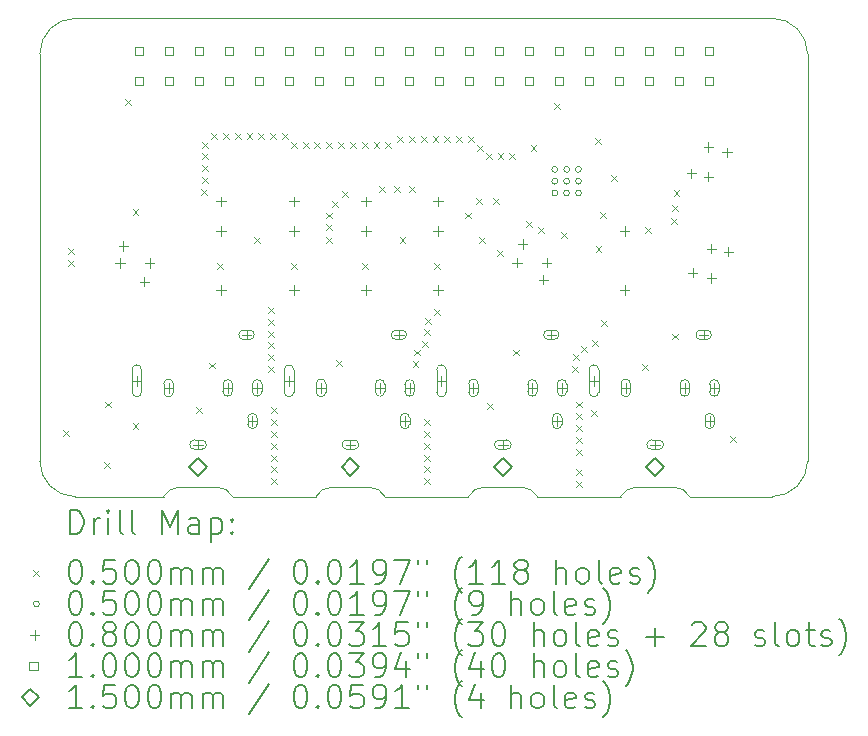
<source format=gbr>
%TF.GenerationSoftware,KiCad,Pcbnew,7.0.9-7.0.9~ubuntu22.04.1*%
%TF.CreationDate,2023-12-11T10:38:18-03:00*%
%TF.ProjectId,WM_RB-HAT,574d5f52-422d-4484-9154-2e6b69636164,rev?*%
%TF.SameCoordinates,Original*%
%TF.FileFunction,Drillmap*%
%TF.FilePolarity,Positive*%
%FSLAX45Y45*%
G04 Gerber Fmt 4.5, Leading zero omitted, Abs format (unit mm)*
G04 Created by KiCad (PCBNEW 7.0.9-7.0.9~ubuntu22.04.1) date 2023-12-11 10:38:18*
%MOMM*%
%LPD*%
G01*
G04 APERTURE LIST*
%ADD10C,0.100000*%
%ADD11C,0.200000*%
%ADD12C,0.150000*%
G04 APERTURE END LIST*
D10*
X12062005Y-10079997D02*
G75*
G03*
X11930000Y-10000000I-131895J-68733D01*
G01*
X14050000Y-10080000D02*
G75*
G03*
X14350000Y-9780000I0J300000D01*
G01*
X10772000Y-10080000D02*
X11478000Y-10080000D01*
X7850000Y-9780000D02*
G75*
G03*
X8150000Y-10080000I300000J0D01*
G01*
X9030000Y-10000001D02*
G75*
G03*
X8898000Y-10080000I-110J-148719D01*
G01*
X8150000Y-6030000D02*
G75*
G03*
X7850000Y-6330000I-5J-299995D01*
G01*
X10772005Y-10079997D02*
G75*
G03*
X10640000Y-10000000I-131895J-68733D01*
G01*
X9482000Y-10080000D02*
X10188000Y-10080000D01*
X10320000Y-10000001D02*
G75*
G03*
X10188000Y-10080000I-110J-148719D01*
G01*
X7850000Y-6330000D02*
X7850000Y-9780000D01*
X11610000Y-10000000D02*
X11930000Y-10000000D01*
X12900000Y-10000000D02*
X13220000Y-10000000D01*
X9482005Y-10079997D02*
G75*
G03*
X9350000Y-10000000I-131895J-68733D01*
G01*
X12062000Y-10080000D02*
X12768000Y-10080000D01*
X13352000Y-10080000D02*
X14050000Y-10080000D01*
X11610000Y-10000001D02*
G75*
G03*
X11478000Y-10080000I-110J-148719D01*
G01*
X8150000Y-10080000D02*
X8898000Y-10080000D01*
X10320000Y-10000000D02*
X10640000Y-10000000D01*
X13352001Y-10080000D02*
G75*
G03*
X13220000Y-10000000I-131891J-68720D01*
G01*
X14350000Y-9780000D02*
X14350000Y-6330000D01*
X9030000Y-10000000D02*
X9350000Y-10000000D01*
X14350000Y-6330000D02*
G75*
G03*
X14050000Y-6030000I-299990J10D01*
G01*
X14050000Y-6030000D02*
X8150000Y-6030000D01*
X12900000Y-10000001D02*
G75*
G03*
X12768000Y-10080000I-110J-148719D01*
G01*
D11*
D10*
X8050000Y-9515000D02*
X8100000Y-9565000D01*
X8100000Y-9515000D02*
X8050000Y-9565000D01*
X8085000Y-7975000D02*
X8135000Y-8025000D01*
X8135000Y-7975000D02*
X8085000Y-8025000D01*
X8085000Y-8075000D02*
X8135000Y-8125000D01*
X8135000Y-8075000D02*
X8085000Y-8125000D01*
X8395000Y-9785000D02*
X8445000Y-9835000D01*
X8445000Y-9785000D02*
X8395000Y-9835000D01*
X8400000Y-9275000D02*
X8450000Y-9325000D01*
X8450000Y-9275000D02*
X8400000Y-9325000D01*
X8574635Y-6710959D02*
X8624635Y-6760959D01*
X8624635Y-6710959D02*
X8574635Y-6760959D01*
X8635000Y-7645000D02*
X8685000Y-7695000D01*
X8685000Y-7645000D02*
X8635000Y-7695000D01*
X8635000Y-9458750D02*
X8685000Y-9508750D01*
X8685000Y-9458750D02*
X8635000Y-9508750D01*
X9175000Y-9325000D02*
X9225000Y-9375000D01*
X9225000Y-9325000D02*
X9175000Y-9375000D01*
X9215000Y-7475000D02*
X9265000Y-7525000D01*
X9265000Y-7475000D02*
X9215000Y-7525000D01*
X9225000Y-7075000D02*
X9275000Y-7125000D01*
X9275000Y-7075000D02*
X9225000Y-7125000D01*
X9225000Y-7175000D02*
X9275000Y-7225000D01*
X9275000Y-7175000D02*
X9225000Y-7225000D01*
X9225000Y-7275000D02*
X9275000Y-7325000D01*
X9275000Y-7275000D02*
X9225000Y-7325000D01*
X9225000Y-7375000D02*
X9275000Y-7425000D01*
X9275000Y-7375000D02*
X9225000Y-7425000D01*
X9285000Y-8945000D02*
X9335000Y-8995000D01*
X9335000Y-8945000D02*
X9285000Y-8995000D01*
X9300000Y-7000000D02*
X9350000Y-7050000D01*
X9350000Y-7000000D02*
X9300000Y-7050000D01*
X9353689Y-8104050D02*
X9403689Y-8154050D01*
X9403689Y-8104050D02*
X9353689Y-8154050D01*
X9400000Y-7000000D02*
X9450000Y-7050000D01*
X9450000Y-7000000D02*
X9400000Y-7050000D01*
X9500000Y-7000000D02*
X9550000Y-7050000D01*
X9550000Y-7000000D02*
X9500000Y-7050000D01*
X9600000Y-7000000D02*
X9650000Y-7050000D01*
X9650000Y-7000000D02*
X9600000Y-7050000D01*
X9665000Y-7885000D02*
X9715000Y-7935000D01*
X9715000Y-7885000D02*
X9665000Y-7935000D01*
X9700000Y-7000000D02*
X9750000Y-7050000D01*
X9750000Y-7000000D02*
X9700000Y-7050000D01*
X9785000Y-8475000D02*
X9835000Y-8525000D01*
X9835000Y-8475000D02*
X9785000Y-8525000D01*
X9785000Y-8575000D02*
X9835000Y-8625000D01*
X9835000Y-8575000D02*
X9785000Y-8625000D01*
X9785000Y-8675000D02*
X9835000Y-8725000D01*
X9835000Y-8675000D02*
X9785000Y-8725000D01*
X9785000Y-8775000D02*
X9835000Y-8825000D01*
X9835000Y-8775000D02*
X9785000Y-8825000D01*
X9785000Y-8875000D02*
X9835000Y-8925000D01*
X9835000Y-8875000D02*
X9785000Y-8925000D01*
X9785000Y-8975000D02*
X9835000Y-9025000D01*
X9835000Y-8975000D02*
X9785000Y-9025000D01*
X9800000Y-7000000D02*
X9850000Y-7050000D01*
X9850000Y-7000000D02*
X9800000Y-7050000D01*
X9810000Y-9325000D02*
X9860000Y-9375000D01*
X9860000Y-9325000D02*
X9810000Y-9375000D01*
X9810000Y-9425000D02*
X9860000Y-9475000D01*
X9860000Y-9425000D02*
X9810000Y-9475000D01*
X9810000Y-9525000D02*
X9860000Y-9575000D01*
X9860000Y-9525000D02*
X9810000Y-9575000D01*
X9810000Y-9625000D02*
X9860000Y-9675000D01*
X9860000Y-9625000D02*
X9810000Y-9675000D01*
X9810000Y-9725000D02*
X9860000Y-9775000D01*
X9860000Y-9725000D02*
X9810000Y-9775000D01*
X9810000Y-9825000D02*
X9860000Y-9875000D01*
X9860000Y-9825000D02*
X9810000Y-9875000D01*
X9810000Y-9925000D02*
X9860000Y-9975000D01*
X9860000Y-9925000D02*
X9810000Y-9975000D01*
X9900000Y-7000000D02*
X9950000Y-7050000D01*
X9950000Y-7000000D02*
X9900000Y-7050000D01*
X9975000Y-7075000D02*
X10025000Y-7125000D01*
X10025000Y-7075000D02*
X9975000Y-7125000D01*
X9975564Y-8104050D02*
X10025564Y-8154050D01*
X10025564Y-8104050D02*
X9975564Y-8154050D01*
X10075000Y-7075000D02*
X10125000Y-7125000D01*
X10125000Y-7075000D02*
X10075000Y-7125000D01*
X10175000Y-7075000D02*
X10225000Y-7125000D01*
X10225000Y-7075000D02*
X10175000Y-7125000D01*
X10275000Y-7075000D02*
X10325000Y-7125000D01*
X10325000Y-7075000D02*
X10275000Y-7125000D01*
X10275000Y-7675000D02*
X10325000Y-7725000D01*
X10325000Y-7675000D02*
X10275000Y-7725000D01*
X10275000Y-7775000D02*
X10325000Y-7825000D01*
X10325000Y-7775000D02*
X10275000Y-7825000D01*
X10275000Y-7885000D02*
X10325000Y-7935000D01*
X10325000Y-7885000D02*
X10275000Y-7935000D01*
X10325000Y-7575000D02*
X10375000Y-7625000D01*
X10375000Y-7575000D02*
X10325000Y-7625000D01*
X10355000Y-8925000D02*
X10405000Y-8975000D01*
X10405000Y-8925000D02*
X10355000Y-8975000D01*
X10375000Y-7075000D02*
X10425000Y-7125000D01*
X10425000Y-7075000D02*
X10375000Y-7125000D01*
X10405000Y-7495000D02*
X10455000Y-7545000D01*
X10455000Y-7495000D02*
X10405000Y-7545000D01*
X10475000Y-7075000D02*
X10525000Y-7125000D01*
X10525000Y-7075000D02*
X10475000Y-7125000D01*
X10575000Y-7075000D02*
X10625000Y-7125000D01*
X10625000Y-7075000D02*
X10575000Y-7125000D01*
X10580401Y-8104050D02*
X10630401Y-8154050D01*
X10630401Y-8104050D02*
X10580401Y-8154050D01*
X10675000Y-7075000D02*
X10725000Y-7125000D01*
X10725000Y-7075000D02*
X10675000Y-7125000D01*
X10725000Y-7450000D02*
X10775000Y-7500000D01*
X10775000Y-7450000D02*
X10725000Y-7500000D01*
X10775000Y-7075000D02*
X10825000Y-7125000D01*
X10825000Y-7075000D02*
X10775000Y-7125000D01*
X10850000Y-7450000D02*
X10900000Y-7500000D01*
X10900000Y-7450000D02*
X10850000Y-7500000D01*
X10875000Y-7025000D02*
X10925000Y-7075000D01*
X10925000Y-7025000D02*
X10875000Y-7075000D01*
X10895000Y-7885000D02*
X10945000Y-7935000D01*
X10945000Y-7885000D02*
X10895000Y-7935000D01*
X10973328Y-7448328D02*
X11023328Y-7498328D01*
X11023328Y-7448328D02*
X10973328Y-7498328D01*
X10975000Y-7025000D02*
X11025000Y-7075000D01*
X11025000Y-7025000D02*
X10975000Y-7075000D01*
X11005000Y-8935000D02*
X11055000Y-8985000D01*
X11055000Y-8935000D02*
X11005000Y-8985000D01*
X11015000Y-8835000D02*
X11065000Y-8885000D01*
X11065000Y-8835000D02*
X11015000Y-8885000D01*
X11075000Y-7025000D02*
X11125000Y-7075000D01*
X11125000Y-7025000D02*
X11075000Y-7075000D01*
X11085000Y-8765000D02*
X11135000Y-8815000D01*
X11135000Y-8765000D02*
X11085000Y-8815000D01*
X11100000Y-9425000D02*
X11150000Y-9475000D01*
X11150000Y-9425000D02*
X11100000Y-9475000D01*
X11100000Y-9525000D02*
X11150000Y-9575000D01*
X11150000Y-9525000D02*
X11100000Y-9575000D01*
X11100000Y-9625000D02*
X11150000Y-9675000D01*
X11150000Y-9625000D02*
X11100000Y-9675000D01*
X11100000Y-9725000D02*
X11150000Y-9775000D01*
X11150000Y-9725000D02*
X11100000Y-9775000D01*
X11100000Y-9825000D02*
X11150000Y-9875000D01*
X11150000Y-9825000D02*
X11100000Y-9875000D01*
X11100000Y-9925000D02*
X11150000Y-9975000D01*
X11150000Y-9925000D02*
X11100000Y-9975000D01*
X11105000Y-8665000D02*
X11155000Y-8715000D01*
X11155000Y-8665000D02*
X11105000Y-8715000D01*
X11115000Y-8565000D02*
X11165000Y-8615000D01*
X11165000Y-8565000D02*
X11115000Y-8615000D01*
X11175000Y-7025000D02*
X11225000Y-7075000D01*
X11225000Y-7025000D02*
X11175000Y-7075000D01*
X11185000Y-8104050D02*
X11235000Y-8154050D01*
X11235000Y-8104050D02*
X11185000Y-8154050D01*
X11185000Y-8495000D02*
X11235000Y-8545000D01*
X11235000Y-8495000D02*
X11185000Y-8545000D01*
X11275000Y-7025000D02*
X11325000Y-7075000D01*
X11325000Y-7025000D02*
X11275000Y-7075000D01*
X11375000Y-7025000D02*
X11425000Y-7075000D01*
X11425000Y-7025000D02*
X11375000Y-7075000D01*
X11450000Y-7675000D02*
X11500000Y-7725000D01*
X11500000Y-7675000D02*
X11450000Y-7725000D01*
X11475000Y-7025000D02*
X11525000Y-7075000D01*
X11525000Y-7025000D02*
X11475000Y-7075000D01*
X11545000Y-7555000D02*
X11595000Y-7605000D01*
X11595000Y-7555000D02*
X11545000Y-7605000D01*
X11550000Y-7100000D02*
X11600000Y-7150000D01*
X11600000Y-7100000D02*
X11550000Y-7150000D01*
X11565000Y-7885000D02*
X11615000Y-7935000D01*
X11615000Y-7885000D02*
X11565000Y-7935000D01*
X11624982Y-7174550D02*
X11674982Y-7224550D01*
X11674982Y-7174550D02*
X11624982Y-7224550D01*
X11636000Y-9286000D02*
X11686000Y-9336000D01*
X11686000Y-9286000D02*
X11636000Y-9336000D01*
X11685000Y-7555000D02*
X11735000Y-7605000D01*
X11735000Y-7555000D02*
X11685000Y-7605000D01*
X11721472Y-7993466D02*
X11771472Y-8043466D01*
X11771472Y-7993466D02*
X11721472Y-8043466D01*
X11724982Y-7174550D02*
X11774982Y-7224550D01*
X11774982Y-7174550D02*
X11724982Y-7224550D01*
X11824982Y-7174550D02*
X11874982Y-7224550D01*
X11874982Y-7174550D02*
X11824982Y-7224550D01*
X11855000Y-8835000D02*
X11905000Y-8885000D01*
X11905000Y-8835000D02*
X11855000Y-8885000D01*
X11965000Y-7745000D02*
X12015000Y-7795000D01*
X12015000Y-7745000D02*
X11965000Y-7795000D01*
X12004218Y-7100000D02*
X12054218Y-7150000D01*
X12054218Y-7100000D02*
X12004218Y-7150000D01*
X12065000Y-7795000D02*
X12115000Y-7845000D01*
X12115000Y-7795000D02*
X12065000Y-7845000D01*
X12200000Y-6750000D02*
X12250000Y-6800000D01*
X12250000Y-6750000D02*
X12200000Y-6800000D01*
X12259578Y-7840422D02*
X12309578Y-7890422D01*
X12309578Y-7840422D02*
X12259578Y-7890422D01*
X12355000Y-8975000D02*
X12405000Y-9025000D01*
X12405000Y-8975000D02*
X12355000Y-9025000D01*
X12365000Y-8875000D02*
X12415000Y-8925000D01*
X12415000Y-8875000D02*
X12365000Y-8925000D01*
X12390000Y-9275000D02*
X12440000Y-9325000D01*
X12440000Y-9275000D02*
X12390000Y-9325000D01*
X12390000Y-9375000D02*
X12440000Y-9425000D01*
X12440000Y-9375000D02*
X12390000Y-9425000D01*
X12390000Y-9475000D02*
X12440000Y-9525000D01*
X12440000Y-9475000D02*
X12390000Y-9525000D01*
X12390000Y-9575000D02*
X12440000Y-9625000D01*
X12440000Y-9575000D02*
X12390000Y-9625000D01*
X12390000Y-9675000D02*
X12440000Y-9725000D01*
X12440000Y-9675000D02*
X12390000Y-9725000D01*
X12390000Y-9850450D02*
X12440000Y-9900450D01*
X12440000Y-9850450D02*
X12390000Y-9900450D01*
X12390000Y-9950000D02*
X12440000Y-10000000D01*
X12440000Y-9950000D02*
X12390000Y-10000000D01*
X12435000Y-8805000D02*
X12485000Y-8855000D01*
X12485000Y-8805000D02*
X12435000Y-8855000D01*
X12515000Y-9350000D02*
X12565000Y-9400000D01*
X12565000Y-9350000D02*
X12515000Y-9400000D01*
X12525000Y-8755000D02*
X12575000Y-8805000D01*
X12575000Y-8755000D02*
X12525000Y-8805000D01*
X12550000Y-7044550D02*
X12600000Y-7094550D01*
X12600000Y-7044550D02*
X12550000Y-7094550D01*
X12555000Y-7955000D02*
X12605000Y-8005000D01*
X12605000Y-7955000D02*
X12555000Y-8005000D01*
X12590000Y-7670000D02*
X12640000Y-7720000D01*
X12640000Y-7670000D02*
X12590000Y-7720000D01*
X12605000Y-8585000D02*
X12655000Y-8635000D01*
X12655000Y-8585000D02*
X12605000Y-8635000D01*
X12685000Y-7355000D02*
X12735000Y-7405000D01*
X12735000Y-7355000D02*
X12685000Y-7405000D01*
X12945000Y-8955000D02*
X12995000Y-9005000D01*
X12995000Y-8955000D02*
X12945000Y-9005000D01*
X12975000Y-7795000D02*
X13025000Y-7845000D01*
X13025000Y-7795000D02*
X12975000Y-7845000D01*
X13195000Y-7725000D02*
X13245000Y-7775000D01*
X13245000Y-7725000D02*
X13195000Y-7775000D01*
X13200000Y-8700000D02*
X13250000Y-8750000D01*
X13250000Y-8700000D02*
X13200000Y-8750000D01*
X13205000Y-7615000D02*
X13255000Y-7665000D01*
X13255000Y-7615000D02*
X13205000Y-7665000D01*
X13215000Y-7485000D02*
X13265000Y-7535000D01*
X13265000Y-7485000D02*
X13215000Y-7535000D01*
X13690000Y-9565000D02*
X13740000Y-9615000D01*
X13740000Y-9565000D02*
X13690000Y-9615000D01*
X12235000Y-7310000D02*
G75*
G03*
X12235000Y-7310000I-25000J0D01*
G01*
X12235000Y-7410000D02*
G75*
G03*
X12235000Y-7410000I-25000J0D01*
G01*
X12235000Y-7510000D02*
G75*
G03*
X12235000Y-7510000I-25000J0D01*
G01*
X12335000Y-7310000D02*
G75*
G03*
X12335000Y-7310000I-25000J0D01*
G01*
X12335000Y-7410000D02*
G75*
G03*
X12335000Y-7410000I-25000J0D01*
G01*
X12335000Y-7510000D02*
G75*
G03*
X12335000Y-7510000I-25000J0D01*
G01*
X12435000Y-7310000D02*
G75*
G03*
X12435000Y-7310000I-25000J0D01*
G01*
X12435000Y-7410000D02*
G75*
G03*
X12435000Y-7410000I-25000J0D01*
G01*
X12435000Y-7510000D02*
G75*
G03*
X12435000Y-7510000I-25000J0D01*
G01*
X8530000Y-8061976D02*
X8530000Y-8141976D01*
X8490000Y-8101976D02*
X8570000Y-8101976D01*
X8557133Y-7918017D02*
X8557133Y-7998017D01*
X8517133Y-7958017D02*
X8597133Y-7958017D01*
X8670000Y-9060000D02*
X8670000Y-9140000D01*
X8630000Y-9100000D02*
X8710000Y-9100000D01*
X8710000Y-9195000D02*
X8710000Y-9005000D01*
X8710000Y-9005000D02*
G75*
G03*
X8630000Y-9005000I-40000J0D01*
G01*
X8630000Y-9005000D02*
X8630000Y-9195000D01*
X8630000Y-9195000D02*
G75*
G03*
X8710000Y-9195000I40000J0D01*
G01*
X8733933Y-8220000D02*
X8733933Y-8300000D01*
X8693933Y-8260000D02*
X8773933Y-8260000D01*
X8780000Y-8061976D02*
X8780000Y-8141976D01*
X8740000Y-8101976D02*
X8820000Y-8101976D01*
X8940000Y-9120000D02*
X8940000Y-9200000D01*
X8900000Y-9160000D02*
X8980000Y-9160000D01*
X8980000Y-9195000D02*
X8980000Y-9125000D01*
X8980000Y-9125000D02*
G75*
G03*
X8900000Y-9125000I-40000J0D01*
G01*
X8900000Y-9125000D02*
X8900000Y-9195000D01*
X8900000Y-9195000D02*
G75*
G03*
X8980000Y-9195000I40000J0D01*
G01*
X9190000Y-9600000D02*
X9190000Y-9680000D01*
X9150000Y-9640000D02*
X9230000Y-9640000D01*
X9160000Y-9680000D02*
X9220000Y-9680000D01*
X9220000Y-9680000D02*
G75*
G03*
X9220000Y-9600000I0J40000D01*
G01*
X9220000Y-9600000D02*
X9160000Y-9600000D01*
X9160000Y-9600000D02*
G75*
G03*
X9160000Y-9680000I0J-40000D01*
G01*
X9385000Y-7540000D02*
X9385000Y-7620000D01*
X9345000Y-7580000D02*
X9425000Y-7580000D01*
X9385000Y-7790000D02*
X9385000Y-7870000D01*
X9345000Y-7830000D02*
X9425000Y-7830000D01*
X9385000Y-8290000D02*
X9385000Y-8370000D01*
X9345000Y-8330000D02*
X9425000Y-8330000D01*
X9440000Y-9120000D02*
X9440000Y-9200000D01*
X9400000Y-9160000D02*
X9480000Y-9160000D01*
X9480000Y-9190000D02*
X9480000Y-9130000D01*
X9480000Y-9130000D02*
G75*
G03*
X9400000Y-9130000I-40000J0D01*
G01*
X9400000Y-9130000D02*
X9400000Y-9190000D01*
X9400000Y-9190000D02*
G75*
G03*
X9480000Y-9190000I40000J0D01*
G01*
X9600000Y-8670000D02*
X9600000Y-8750000D01*
X9560000Y-8710000D02*
X9640000Y-8710000D01*
X9625000Y-8670000D02*
X9575000Y-8670000D01*
X9575000Y-8670000D02*
G75*
G03*
X9575000Y-8750000I0J-40000D01*
G01*
X9575000Y-8750000D02*
X9625000Y-8750000D01*
X9625000Y-8750000D02*
G75*
G03*
X9625000Y-8670000I0J40000D01*
G01*
X9650000Y-9400000D02*
X9650000Y-9480000D01*
X9610000Y-9440000D02*
X9690000Y-9440000D01*
X9690000Y-9465000D02*
X9690000Y-9415000D01*
X9690000Y-9415000D02*
G75*
G03*
X9610000Y-9415000I-40000J0D01*
G01*
X9610000Y-9415000D02*
X9610000Y-9465000D01*
X9610000Y-9465000D02*
G75*
G03*
X9690000Y-9465000I40000J0D01*
G01*
X9690000Y-9120000D02*
X9690000Y-9200000D01*
X9650000Y-9160000D02*
X9730000Y-9160000D01*
X9730000Y-9190000D02*
X9730000Y-9130000D01*
X9730000Y-9130000D02*
G75*
G03*
X9650000Y-9130000I-40000J0D01*
G01*
X9650000Y-9130000D02*
X9650000Y-9190000D01*
X9650000Y-9190000D02*
G75*
G03*
X9730000Y-9190000I40000J0D01*
G01*
X9960000Y-9060000D02*
X9960000Y-9140000D01*
X9920000Y-9100000D02*
X10000000Y-9100000D01*
X10000000Y-9195000D02*
X10000000Y-9005000D01*
X10000000Y-9005000D02*
G75*
G03*
X9920000Y-9005000I-40000J0D01*
G01*
X9920000Y-9005000D02*
X9920000Y-9195000D01*
X9920000Y-9195000D02*
G75*
G03*
X10000000Y-9195000I40000J0D01*
G01*
X10000000Y-7540000D02*
X10000000Y-7620000D01*
X9960000Y-7580000D02*
X10040000Y-7580000D01*
X10000000Y-7790000D02*
X10000000Y-7870000D01*
X9960000Y-7830000D02*
X10040000Y-7830000D01*
X10000000Y-8290000D02*
X10000000Y-8370000D01*
X9960000Y-8330000D02*
X10040000Y-8330000D01*
X10230000Y-9120000D02*
X10230000Y-9200000D01*
X10190000Y-9160000D02*
X10270000Y-9160000D01*
X10270000Y-9195000D02*
X10270000Y-9125000D01*
X10270000Y-9125000D02*
G75*
G03*
X10190000Y-9125000I-40000J0D01*
G01*
X10190000Y-9125000D02*
X10190000Y-9195000D01*
X10190000Y-9195000D02*
G75*
G03*
X10270000Y-9195000I40000J0D01*
G01*
X10480000Y-9600000D02*
X10480000Y-9680000D01*
X10440000Y-9640000D02*
X10520000Y-9640000D01*
X10450000Y-9680000D02*
X10510000Y-9680000D01*
X10510000Y-9680000D02*
G75*
G03*
X10510000Y-9600000I0J40000D01*
G01*
X10510000Y-9600000D02*
X10450000Y-9600000D01*
X10450000Y-9600000D02*
G75*
G03*
X10450000Y-9680000I0J-40000D01*
G01*
X10610000Y-7540000D02*
X10610000Y-7620000D01*
X10570000Y-7580000D02*
X10650000Y-7580000D01*
X10610000Y-7790000D02*
X10610000Y-7870000D01*
X10570000Y-7830000D02*
X10650000Y-7830000D01*
X10610000Y-8290000D02*
X10610000Y-8370000D01*
X10570000Y-8330000D02*
X10650000Y-8330000D01*
X10730000Y-9120000D02*
X10730000Y-9200000D01*
X10690000Y-9160000D02*
X10770000Y-9160000D01*
X10770000Y-9190000D02*
X10770000Y-9130000D01*
X10770000Y-9130000D02*
G75*
G03*
X10690000Y-9130000I-40000J0D01*
G01*
X10690000Y-9130000D02*
X10690000Y-9190000D01*
X10690000Y-9190000D02*
G75*
G03*
X10770000Y-9190000I40000J0D01*
G01*
X10890000Y-8670000D02*
X10890000Y-8750000D01*
X10850000Y-8710000D02*
X10930000Y-8710000D01*
X10915000Y-8670000D02*
X10865000Y-8670000D01*
X10865000Y-8670000D02*
G75*
G03*
X10865000Y-8750000I0J-40000D01*
G01*
X10865000Y-8750000D02*
X10915000Y-8750000D01*
X10915000Y-8750000D02*
G75*
G03*
X10915000Y-8670000I0J40000D01*
G01*
X10940000Y-9400000D02*
X10940000Y-9480000D01*
X10900000Y-9440000D02*
X10980000Y-9440000D01*
X10980000Y-9465000D02*
X10980000Y-9415000D01*
X10980000Y-9415000D02*
G75*
G03*
X10900000Y-9415000I-40000J0D01*
G01*
X10900000Y-9415000D02*
X10900000Y-9465000D01*
X10900000Y-9465000D02*
G75*
G03*
X10980000Y-9465000I40000J0D01*
G01*
X10980000Y-9120000D02*
X10980000Y-9200000D01*
X10940000Y-9160000D02*
X11020000Y-9160000D01*
X11020000Y-9190000D02*
X11020000Y-9130000D01*
X11020000Y-9130000D02*
G75*
G03*
X10940000Y-9130000I-40000J0D01*
G01*
X10940000Y-9130000D02*
X10940000Y-9190000D01*
X10940000Y-9190000D02*
G75*
G03*
X11020000Y-9190000I40000J0D01*
G01*
X11220000Y-7540000D02*
X11220000Y-7620000D01*
X11180000Y-7580000D02*
X11260000Y-7580000D01*
X11220000Y-7790000D02*
X11220000Y-7870000D01*
X11180000Y-7830000D02*
X11260000Y-7830000D01*
X11220000Y-8290000D02*
X11220000Y-8370000D01*
X11180000Y-8330000D02*
X11260000Y-8330000D01*
X11250000Y-9060000D02*
X11250000Y-9140000D01*
X11210000Y-9100000D02*
X11290000Y-9100000D01*
X11290000Y-9195000D02*
X11290000Y-9005000D01*
X11290000Y-9005000D02*
G75*
G03*
X11210000Y-9005000I-40000J0D01*
G01*
X11210000Y-9005000D02*
X11210000Y-9195000D01*
X11210000Y-9195000D02*
G75*
G03*
X11290000Y-9195000I40000J0D01*
G01*
X11520000Y-9120000D02*
X11520000Y-9200000D01*
X11480000Y-9160000D02*
X11560000Y-9160000D01*
X11560000Y-9195000D02*
X11560000Y-9125000D01*
X11560000Y-9125000D02*
G75*
G03*
X11480000Y-9125000I-40000J0D01*
G01*
X11480000Y-9125000D02*
X11480000Y-9195000D01*
X11480000Y-9195000D02*
G75*
G03*
X11560000Y-9195000I40000J0D01*
G01*
X11770000Y-9600000D02*
X11770000Y-9680000D01*
X11730000Y-9640000D02*
X11810000Y-9640000D01*
X11740000Y-9680000D02*
X11800000Y-9680000D01*
X11800000Y-9680000D02*
G75*
G03*
X11800000Y-9600000I0J40000D01*
G01*
X11800000Y-9600000D02*
X11740000Y-9600000D01*
X11740000Y-9600000D02*
G75*
G03*
X11740000Y-9680000I0J-40000D01*
G01*
X11890265Y-8060000D02*
X11890265Y-8140000D01*
X11850265Y-8100000D02*
X11930265Y-8100000D01*
X11936332Y-7901976D02*
X11936332Y-7981976D01*
X11896332Y-7941976D02*
X11976332Y-7941976D01*
X12020000Y-9120000D02*
X12020000Y-9200000D01*
X11980000Y-9160000D02*
X12060000Y-9160000D01*
X12060000Y-9190000D02*
X12060000Y-9130000D01*
X12060000Y-9130000D02*
G75*
G03*
X11980000Y-9130000I-40000J0D01*
G01*
X11980000Y-9130000D02*
X11980000Y-9190000D01*
X11980000Y-9190000D02*
G75*
G03*
X12060000Y-9190000I40000J0D01*
G01*
X12113132Y-8203958D02*
X12113132Y-8283958D01*
X12073132Y-8243958D02*
X12153132Y-8243958D01*
X12140265Y-8060000D02*
X12140265Y-8140000D01*
X12100265Y-8100000D02*
X12180265Y-8100000D01*
X12180000Y-8670000D02*
X12180000Y-8750000D01*
X12140000Y-8710000D02*
X12220000Y-8710000D01*
X12205000Y-8670000D02*
X12155000Y-8670000D01*
X12155000Y-8670000D02*
G75*
G03*
X12155000Y-8750000I0J-40000D01*
G01*
X12155000Y-8750000D02*
X12205000Y-8750000D01*
X12205000Y-8750000D02*
G75*
G03*
X12205000Y-8670000I0J40000D01*
G01*
X12230000Y-9400000D02*
X12230000Y-9480000D01*
X12190000Y-9440000D02*
X12270000Y-9440000D01*
X12270000Y-9465000D02*
X12270000Y-9415000D01*
X12270000Y-9415000D02*
G75*
G03*
X12190000Y-9415000I-40000J0D01*
G01*
X12190000Y-9415000D02*
X12190000Y-9465000D01*
X12190000Y-9465000D02*
G75*
G03*
X12270000Y-9465000I40000J0D01*
G01*
X12270000Y-9120000D02*
X12270000Y-9200000D01*
X12230000Y-9160000D02*
X12310000Y-9160000D01*
X12310000Y-9190000D02*
X12310000Y-9130000D01*
X12310000Y-9130000D02*
G75*
G03*
X12230000Y-9130000I-40000J0D01*
G01*
X12230000Y-9130000D02*
X12230000Y-9190000D01*
X12230000Y-9190000D02*
G75*
G03*
X12310000Y-9190000I40000J0D01*
G01*
X12540000Y-9060000D02*
X12540000Y-9140000D01*
X12500000Y-9100000D02*
X12580000Y-9100000D01*
X12580000Y-9195000D02*
X12580000Y-9005000D01*
X12580000Y-9005000D02*
G75*
G03*
X12500000Y-9005000I-40000J0D01*
G01*
X12500000Y-9005000D02*
X12500000Y-9195000D01*
X12500000Y-9195000D02*
G75*
G03*
X12580000Y-9195000I40000J0D01*
G01*
X12800000Y-7790000D02*
X12800000Y-7870000D01*
X12760000Y-7830000D02*
X12840000Y-7830000D01*
X12800000Y-8290000D02*
X12800000Y-8370000D01*
X12760000Y-8330000D02*
X12840000Y-8330000D01*
X12810000Y-9120000D02*
X12810000Y-9200000D01*
X12770000Y-9160000D02*
X12850000Y-9160000D01*
X12850000Y-9195000D02*
X12850000Y-9125000D01*
X12850000Y-9125000D02*
G75*
G03*
X12770000Y-9125000I-40000J0D01*
G01*
X12770000Y-9125000D02*
X12770000Y-9195000D01*
X12770000Y-9195000D02*
G75*
G03*
X12850000Y-9195000I40000J0D01*
G01*
X13060000Y-9600000D02*
X13060000Y-9680000D01*
X13020000Y-9640000D02*
X13100000Y-9640000D01*
X13030000Y-9680000D02*
X13090000Y-9680000D01*
X13090000Y-9680000D02*
G75*
G03*
X13090000Y-9600000I0J40000D01*
G01*
X13090000Y-9600000D02*
X13030000Y-9600000D01*
X13030000Y-9600000D02*
G75*
G03*
X13030000Y-9680000I0J-40000D01*
G01*
X13310000Y-9120000D02*
X13310000Y-9200000D01*
X13270000Y-9160000D02*
X13350000Y-9160000D01*
X13350000Y-9190000D02*
X13350000Y-9130000D01*
X13350000Y-9130000D02*
G75*
G03*
X13270000Y-9130000I-40000J0D01*
G01*
X13270000Y-9130000D02*
X13270000Y-9190000D01*
X13270000Y-9190000D02*
G75*
G03*
X13350000Y-9190000I40000J0D01*
G01*
X13366042Y-7302867D02*
X13366042Y-7382867D01*
X13326042Y-7342867D02*
X13406042Y-7342867D01*
X13376976Y-8143933D02*
X13376976Y-8223933D01*
X13336976Y-8183933D02*
X13416976Y-8183933D01*
X13470000Y-8670000D02*
X13470000Y-8750000D01*
X13430000Y-8710000D02*
X13510000Y-8710000D01*
X13495000Y-8670000D02*
X13445000Y-8670000D01*
X13445000Y-8670000D02*
G75*
G03*
X13445000Y-8750000I0J-40000D01*
G01*
X13445000Y-8750000D02*
X13495000Y-8750000D01*
X13495000Y-8750000D02*
G75*
G03*
X13495000Y-8670000I0J40000D01*
G01*
X13510000Y-7080000D02*
X13510000Y-7160000D01*
X13470000Y-7120000D02*
X13550000Y-7120000D01*
X13510000Y-7330000D02*
X13510000Y-7410000D01*
X13470000Y-7370000D02*
X13550000Y-7370000D01*
X13520000Y-9400000D02*
X13520000Y-9480000D01*
X13480000Y-9440000D02*
X13560000Y-9440000D01*
X13560000Y-9465000D02*
X13560000Y-9415000D01*
X13560000Y-9415000D02*
G75*
G03*
X13480000Y-9415000I-40000J0D01*
G01*
X13480000Y-9415000D02*
X13480000Y-9465000D01*
X13480000Y-9465000D02*
G75*
G03*
X13560000Y-9465000I40000J0D01*
G01*
X13535000Y-7940000D02*
X13535000Y-8020000D01*
X13495000Y-7980000D02*
X13575000Y-7980000D01*
X13535000Y-8190000D02*
X13535000Y-8270000D01*
X13495000Y-8230000D02*
X13575000Y-8230000D01*
X13560000Y-9120000D02*
X13560000Y-9200000D01*
X13520000Y-9160000D02*
X13600000Y-9160000D01*
X13600000Y-9190000D02*
X13600000Y-9130000D01*
X13600000Y-9130000D02*
G75*
G03*
X13520000Y-9130000I-40000J0D01*
G01*
X13520000Y-9130000D02*
X13520000Y-9190000D01*
X13520000Y-9190000D02*
G75*
G03*
X13600000Y-9190000I40000J0D01*
G01*
X13668024Y-7126067D02*
X13668024Y-7206067D01*
X13628024Y-7166067D02*
X13708024Y-7166067D01*
X13678958Y-7967133D02*
X13678958Y-8047133D01*
X13638958Y-8007133D02*
X13718958Y-8007133D01*
X8725356Y-6340356D02*
X8725356Y-6269644D01*
X8654644Y-6269644D01*
X8654644Y-6340356D01*
X8725356Y-6340356D01*
X8725356Y-6594356D02*
X8725356Y-6523644D01*
X8654644Y-6523644D01*
X8654644Y-6594356D01*
X8725356Y-6594356D01*
X8979356Y-6340356D02*
X8979356Y-6269644D01*
X8908644Y-6269644D01*
X8908644Y-6340356D01*
X8979356Y-6340356D01*
X8979356Y-6594356D02*
X8979356Y-6523644D01*
X8908644Y-6523644D01*
X8908644Y-6594356D01*
X8979356Y-6594356D01*
X9233356Y-6340356D02*
X9233356Y-6269644D01*
X9162644Y-6269644D01*
X9162644Y-6340356D01*
X9233356Y-6340356D01*
X9233356Y-6594356D02*
X9233356Y-6523644D01*
X9162644Y-6523644D01*
X9162644Y-6594356D01*
X9233356Y-6594356D01*
X9487356Y-6340356D02*
X9487356Y-6269644D01*
X9416644Y-6269644D01*
X9416644Y-6340356D01*
X9487356Y-6340356D01*
X9487356Y-6594356D02*
X9487356Y-6523644D01*
X9416644Y-6523644D01*
X9416644Y-6594356D01*
X9487356Y-6594356D01*
X9741356Y-6340356D02*
X9741356Y-6269644D01*
X9670644Y-6269644D01*
X9670644Y-6340356D01*
X9741356Y-6340356D01*
X9741356Y-6594356D02*
X9741356Y-6523644D01*
X9670644Y-6523644D01*
X9670644Y-6594356D01*
X9741356Y-6594356D01*
X9995356Y-6340356D02*
X9995356Y-6269644D01*
X9924644Y-6269644D01*
X9924644Y-6340356D01*
X9995356Y-6340356D01*
X9995356Y-6594356D02*
X9995356Y-6523644D01*
X9924644Y-6523644D01*
X9924644Y-6594356D01*
X9995356Y-6594356D01*
X10249356Y-6340356D02*
X10249356Y-6269644D01*
X10178644Y-6269644D01*
X10178644Y-6340356D01*
X10249356Y-6340356D01*
X10249356Y-6594356D02*
X10249356Y-6523644D01*
X10178644Y-6523644D01*
X10178644Y-6594356D01*
X10249356Y-6594356D01*
X10503356Y-6340356D02*
X10503356Y-6269644D01*
X10432644Y-6269644D01*
X10432644Y-6340356D01*
X10503356Y-6340356D01*
X10503356Y-6594356D02*
X10503356Y-6523644D01*
X10432644Y-6523644D01*
X10432644Y-6594356D01*
X10503356Y-6594356D01*
X10757356Y-6340356D02*
X10757356Y-6269644D01*
X10686644Y-6269644D01*
X10686644Y-6340356D01*
X10757356Y-6340356D01*
X10757356Y-6594356D02*
X10757356Y-6523644D01*
X10686644Y-6523644D01*
X10686644Y-6594356D01*
X10757356Y-6594356D01*
X11011356Y-6340356D02*
X11011356Y-6269644D01*
X10940644Y-6269644D01*
X10940644Y-6340356D01*
X11011356Y-6340356D01*
X11011356Y-6594356D02*
X11011356Y-6523644D01*
X10940644Y-6523644D01*
X10940644Y-6594356D01*
X11011356Y-6594356D01*
X11265356Y-6340356D02*
X11265356Y-6269644D01*
X11194644Y-6269644D01*
X11194644Y-6340356D01*
X11265356Y-6340356D01*
X11265356Y-6594356D02*
X11265356Y-6523644D01*
X11194644Y-6523644D01*
X11194644Y-6594356D01*
X11265356Y-6594356D01*
X11519356Y-6340356D02*
X11519356Y-6269644D01*
X11448644Y-6269644D01*
X11448644Y-6340356D01*
X11519356Y-6340356D01*
X11519356Y-6594356D02*
X11519356Y-6523644D01*
X11448644Y-6523644D01*
X11448644Y-6594356D01*
X11519356Y-6594356D01*
X11773356Y-6340356D02*
X11773356Y-6269644D01*
X11702644Y-6269644D01*
X11702644Y-6340356D01*
X11773356Y-6340356D01*
X11773356Y-6594356D02*
X11773356Y-6523644D01*
X11702644Y-6523644D01*
X11702644Y-6594356D01*
X11773356Y-6594356D01*
X12027356Y-6340356D02*
X12027356Y-6269644D01*
X11956644Y-6269644D01*
X11956644Y-6340356D01*
X12027356Y-6340356D01*
X12027356Y-6594356D02*
X12027356Y-6523644D01*
X11956644Y-6523644D01*
X11956644Y-6594356D01*
X12027356Y-6594356D01*
X12281356Y-6340356D02*
X12281356Y-6269644D01*
X12210644Y-6269644D01*
X12210644Y-6340356D01*
X12281356Y-6340356D01*
X12281356Y-6594356D02*
X12281356Y-6523644D01*
X12210644Y-6523644D01*
X12210644Y-6594356D01*
X12281356Y-6594356D01*
X12535356Y-6340356D02*
X12535356Y-6269644D01*
X12464644Y-6269644D01*
X12464644Y-6340356D01*
X12535356Y-6340356D01*
X12535356Y-6594356D02*
X12535356Y-6523644D01*
X12464644Y-6523644D01*
X12464644Y-6594356D01*
X12535356Y-6594356D01*
X12789356Y-6340356D02*
X12789356Y-6269644D01*
X12718644Y-6269644D01*
X12718644Y-6340356D01*
X12789356Y-6340356D01*
X12789356Y-6594356D02*
X12789356Y-6523644D01*
X12718644Y-6523644D01*
X12718644Y-6594356D01*
X12789356Y-6594356D01*
X13043356Y-6340356D02*
X13043356Y-6269644D01*
X12972644Y-6269644D01*
X12972644Y-6340356D01*
X13043356Y-6340356D01*
X13043356Y-6594356D02*
X13043356Y-6523644D01*
X12972644Y-6523644D01*
X12972644Y-6594356D01*
X13043356Y-6594356D01*
X13297356Y-6340356D02*
X13297356Y-6269644D01*
X13226644Y-6269644D01*
X13226644Y-6340356D01*
X13297356Y-6340356D01*
X13297356Y-6594356D02*
X13297356Y-6523644D01*
X13226644Y-6523644D01*
X13226644Y-6594356D01*
X13297356Y-6594356D01*
X13551356Y-6340356D02*
X13551356Y-6269644D01*
X13480644Y-6269644D01*
X13480644Y-6340356D01*
X13551356Y-6340356D01*
X13551356Y-6594356D02*
X13551356Y-6523644D01*
X13480644Y-6523644D01*
X13480644Y-6594356D01*
X13551356Y-6594356D01*
D12*
X9190000Y-9905000D02*
X9265000Y-9830000D01*
X9190000Y-9755000D01*
X9115000Y-9830000D01*
X9190000Y-9905000D01*
X10480000Y-9905000D02*
X10555000Y-9830000D01*
X10480000Y-9755000D01*
X10405000Y-9830000D01*
X10480000Y-9905000D01*
X11770000Y-9905000D02*
X11845000Y-9830000D01*
X11770000Y-9755000D01*
X11695000Y-9830000D01*
X11770000Y-9905000D01*
X13060000Y-9905000D02*
X13135000Y-9830000D01*
X13060000Y-9755000D01*
X12985000Y-9830000D01*
X13060000Y-9905000D01*
D11*
X8105777Y-10396484D02*
X8105777Y-10196484D01*
X8105777Y-10196484D02*
X8153396Y-10196484D01*
X8153396Y-10196484D02*
X8181967Y-10206008D01*
X8181967Y-10206008D02*
X8201015Y-10225055D01*
X8201015Y-10225055D02*
X8210539Y-10244103D01*
X8210539Y-10244103D02*
X8220062Y-10282198D01*
X8220062Y-10282198D02*
X8220062Y-10310770D01*
X8220062Y-10310770D02*
X8210539Y-10348865D01*
X8210539Y-10348865D02*
X8201015Y-10367912D01*
X8201015Y-10367912D02*
X8181967Y-10386960D01*
X8181967Y-10386960D02*
X8153396Y-10396484D01*
X8153396Y-10396484D02*
X8105777Y-10396484D01*
X8305777Y-10396484D02*
X8305777Y-10263150D01*
X8305777Y-10301246D02*
X8315301Y-10282198D01*
X8315301Y-10282198D02*
X8324824Y-10272674D01*
X8324824Y-10272674D02*
X8343872Y-10263150D01*
X8343872Y-10263150D02*
X8362920Y-10263150D01*
X8429586Y-10396484D02*
X8429586Y-10263150D01*
X8429586Y-10196484D02*
X8420063Y-10206008D01*
X8420063Y-10206008D02*
X8429586Y-10215531D01*
X8429586Y-10215531D02*
X8439110Y-10206008D01*
X8439110Y-10206008D02*
X8429586Y-10196484D01*
X8429586Y-10196484D02*
X8429586Y-10215531D01*
X8553396Y-10396484D02*
X8534348Y-10386960D01*
X8534348Y-10386960D02*
X8524824Y-10367912D01*
X8524824Y-10367912D02*
X8524824Y-10196484D01*
X8658158Y-10396484D02*
X8639110Y-10386960D01*
X8639110Y-10386960D02*
X8629586Y-10367912D01*
X8629586Y-10367912D02*
X8629586Y-10196484D01*
X8886729Y-10396484D02*
X8886729Y-10196484D01*
X8886729Y-10196484D02*
X8953396Y-10339341D01*
X8953396Y-10339341D02*
X9020063Y-10196484D01*
X9020063Y-10196484D02*
X9020063Y-10396484D01*
X9201015Y-10396484D02*
X9201015Y-10291722D01*
X9201015Y-10291722D02*
X9191491Y-10272674D01*
X9191491Y-10272674D02*
X9172444Y-10263150D01*
X9172444Y-10263150D02*
X9134348Y-10263150D01*
X9134348Y-10263150D02*
X9115301Y-10272674D01*
X9201015Y-10386960D02*
X9181967Y-10396484D01*
X9181967Y-10396484D02*
X9134348Y-10396484D01*
X9134348Y-10396484D02*
X9115301Y-10386960D01*
X9115301Y-10386960D02*
X9105777Y-10367912D01*
X9105777Y-10367912D02*
X9105777Y-10348865D01*
X9105777Y-10348865D02*
X9115301Y-10329817D01*
X9115301Y-10329817D02*
X9134348Y-10320293D01*
X9134348Y-10320293D02*
X9181967Y-10320293D01*
X9181967Y-10320293D02*
X9201015Y-10310770D01*
X9296253Y-10263150D02*
X9296253Y-10463150D01*
X9296253Y-10272674D02*
X9315301Y-10263150D01*
X9315301Y-10263150D02*
X9353396Y-10263150D01*
X9353396Y-10263150D02*
X9372444Y-10272674D01*
X9372444Y-10272674D02*
X9381967Y-10282198D01*
X9381967Y-10282198D02*
X9391491Y-10301246D01*
X9391491Y-10301246D02*
X9391491Y-10358389D01*
X9391491Y-10358389D02*
X9381967Y-10377436D01*
X9381967Y-10377436D02*
X9372444Y-10386960D01*
X9372444Y-10386960D02*
X9353396Y-10396484D01*
X9353396Y-10396484D02*
X9315301Y-10396484D01*
X9315301Y-10396484D02*
X9296253Y-10386960D01*
X9477205Y-10377436D02*
X9486729Y-10386960D01*
X9486729Y-10386960D02*
X9477205Y-10396484D01*
X9477205Y-10396484D02*
X9467682Y-10386960D01*
X9467682Y-10386960D02*
X9477205Y-10377436D01*
X9477205Y-10377436D02*
X9477205Y-10396484D01*
X9477205Y-10272674D02*
X9486729Y-10282198D01*
X9486729Y-10282198D02*
X9477205Y-10291722D01*
X9477205Y-10291722D02*
X9467682Y-10282198D01*
X9467682Y-10282198D02*
X9477205Y-10272674D01*
X9477205Y-10272674D02*
X9477205Y-10291722D01*
D10*
X7795000Y-10700000D02*
X7845000Y-10750000D01*
X7845000Y-10700000D02*
X7795000Y-10750000D01*
D11*
X8143872Y-10616484D02*
X8162920Y-10616484D01*
X8162920Y-10616484D02*
X8181967Y-10626008D01*
X8181967Y-10626008D02*
X8191491Y-10635531D01*
X8191491Y-10635531D02*
X8201015Y-10654579D01*
X8201015Y-10654579D02*
X8210539Y-10692674D01*
X8210539Y-10692674D02*
X8210539Y-10740293D01*
X8210539Y-10740293D02*
X8201015Y-10778389D01*
X8201015Y-10778389D02*
X8191491Y-10797436D01*
X8191491Y-10797436D02*
X8181967Y-10806960D01*
X8181967Y-10806960D02*
X8162920Y-10816484D01*
X8162920Y-10816484D02*
X8143872Y-10816484D01*
X8143872Y-10816484D02*
X8124824Y-10806960D01*
X8124824Y-10806960D02*
X8115301Y-10797436D01*
X8115301Y-10797436D02*
X8105777Y-10778389D01*
X8105777Y-10778389D02*
X8096253Y-10740293D01*
X8096253Y-10740293D02*
X8096253Y-10692674D01*
X8096253Y-10692674D02*
X8105777Y-10654579D01*
X8105777Y-10654579D02*
X8115301Y-10635531D01*
X8115301Y-10635531D02*
X8124824Y-10626008D01*
X8124824Y-10626008D02*
X8143872Y-10616484D01*
X8296253Y-10797436D02*
X8305777Y-10806960D01*
X8305777Y-10806960D02*
X8296253Y-10816484D01*
X8296253Y-10816484D02*
X8286729Y-10806960D01*
X8286729Y-10806960D02*
X8296253Y-10797436D01*
X8296253Y-10797436D02*
X8296253Y-10816484D01*
X8486729Y-10616484D02*
X8391491Y-10616484D01*
X8391491Y-10616484D02*
X8381967Y-10711722D01*
X8381967Y-10711722D02*
X8391491Y-10702198D01*
X8391491Y-10702198D02*
X8410539Y-10692674D01*
X8410539Y-10692674D02*
X8458158Y-10692674D01*
X8458158Y-10692674D02*
X8477205Y-10702198D01*
X8477205Y-10702198D02*
X8486729Y-10711722D01*
X8486729Y-10711722D02*
X8496253Y-10730770D01*
X8496253Y-10730770D02*
X8496253Y-10778389D01*
X8496253Y-10778389D02*
X8486729Y-10797436D01*
X8486729Y-10797436D02*
X8477205Y-10806960D01*
X8477205Y-10806960D02*
X8458158Y-10816484D01*
X8458158Y-10816484D02*
X8410539Y-10816484D01*
X8410539Y-10816484D02*
X8391491Y-10806960D01*
X8391491Y-10806960D02*
X8381967Y-10797436D01*
X8620063Y-10616484D02*
X8639110Y-10616484D01*
X8639110Y-10616484D02*
X8658158Y-10626008D01*
X8658158Y-10626008D02*
X8667682Y-10635531D01*
X8667682Y-10635531D02*
X8677205Y-10654579D01*
X8677205Y-10654579D02*
X8686729Y-10692674D01*
X8686729Y-10692674D02*
X8686729Y-10740293D01*
X8686729Y-10740293D02*
X8677205Y-10778389D01*
X8677205Y-10778389D02*
X8667682Y-10797436D01*
X8667682Y-10797436D02*
X8658158Y-10806960D01*
X8658158Y-10806960D02*
X8639110Y-10816484D01*
X8639110Y-10816484D02*
X8620063Y-10816484D01*
X8620063Y-10816484D02*
X8601015Y-10806960D01*
X8601015Y-10806960D02*
X8591491Y-10797436D01*
X8591491Y-10797436D02*
X8581967Y-10778389D01*
X8581967Y-10778389D02*
X8572444Y-10740293D01*
X8572444Y-10740293D02*
X8572444Y-10692674D01*
X8572444Y-10692674D02*
X8581967Y-10654579D01*
X8581967Y-10654579D02*
X8591491Y-10635531D01*
X8591491Y-10635531D02*
X8601015Y-10626008D01*
X8601015Y-10626008D02*
X8620063Y-10616484D01*
X8810539Y-10616484D02*
X8829586Y-10616484D01*
X8829586Y-10616484D02*
X8848634Y-10626008D01*
X8848634Y-10626008D02*
X8858158Y-10635531D01*
X8858158Y-10635531D02*
X8867682Y-10654579D01*
X8867682Y-10654579D02*
X8877205Y-10692674D01*
X8877205Y-10692674D02*
X8877205Y-10740293D01*
X8877205Y-10740293D02*
X8867682Y-10778389D01*
X8867682Y-10778389D02*
X8858158Y-10797436D01*
X8858158Y-10797436D02*
X8848634Y-10806960D01*
X8848634Y-10806960D02*
X8829586Y-10816484D01*
X8829586Y-10816484D02*
X8810539Y-10816484D01*
X8810539Y-10816484D02*
X8791491Y-10806960D01*
X8791491Y-10806960D02*
X8781967Y-10797436D01*
X8781967Y-10797436D02*
X8772444Y-10778389D01*
X8772444Y-10778389D02*
X8762920Y-10740293D01*
X8762920Y-10740293D02*
X8762920Y-10692674D01*
X8762920Y-10692674D02*
X8772444Y-10654579D01*
X8772444Y-10654579D02*
X8781967Y-10635531D01*
X8781967Y-10635531D02*
X8791491Y-10626008D01*
X8791491Y-10626008D02*
X8810539Y-10616484D01*
X8962920Y-10816484D02*
X8962920Y-10683150D01*
X8962920Y-10702198D02*
X8972444Y-10692674D01*
X8972444Y-10692674D02*
X8991491Y-10683150D01*
X8991491Y-10683150D02*
X9020063Y-10683150D01*
X9020063Y-10683150D02*
X9039110Y-10692674D01*
X9039110Y-10692674D02*
X9048634Y-10711722D01*
X9048634Y-10711722D02*
X9048634Y-10816484D01*
X9048634Y-10711722D02*
X9058158Y-10692674D01*
X9058158Y-10692674D02*
X9077205Y-10683150D01*
X9077205Y-10683150D02*
X9105777Y-10683150D01*
X9105777Y-10683150D02*
X9124825Y-10692674D01*
X9124825Y-10692674D02*
X9134348Y-10711722D01*
X9134348Y-10711722D02*
X9134348Y-10816484D01*
X9229586Y-10816484D02*
X9229586Y-10683150D01*
X9229586Y-10702198D02*
X9239110Y-10692674D01*
X9239110Y-10692674D02*
X9258158Y-10683150D01*
X9258158Y-10683150D02*
X9286729Y-10683150D01*
X9286729Y-10683150D02*
X9305777Y-10692674D01*
X9305777Y-10692674D02*
X9315301Y-10711722D01*
X9315301Y-10711722D02*
X9315301Y-10816484D01*
X9315301Y-10711722D02*
X9324825Y-10692674D01*
X9324825Y-10692674D02*
X9343872Y-10683150D01*
X9343872Y-10683150D02*
X9372444Y-10683150D01*
X9372444Y-10683150D02*
X9391491Y-10692674D01*
X9391491Y-10692674D02*
X9401015Y-10711722D01*
X9401015Y-10711722D02*
X9401015Y-10816484D01*
X9791491Y-10606960D02*
X9620063Y-10864103D01*
X10048634Y-10616484D02*
X10067682Y-10616484D01*
X10067682Y-10616484D02*
X10086729Y-10626008D01*
X10086729Y-10626008D02*
X10096253Y-10635531D01*
X10096253Y-10635531D02*
X10105777Y-10654579D01*
X10105777Y-10654579D02*
X10115301Y-10692674D01*
X10115301Y-10692674D02*
X10115301Y-10740293D01*
X10115301Y-10740293D02*
X10105777Y-10778389D01*
X10105777Y-10778389D02*
X10096253Y-10797436D01*
X10096253Y-10797436D02*
X10086729Y-10806960D01*
X10086729Y-10806960D02*
X10067682Y-10816484D01*
X10067682Y-10816484D02*
X10048634Y-10816484D01*
X10048634Y-10816484D02*
X10029587Y-10806960D01*
X10029587Y-10806960D02*
X10020063Y-10797436D01*
X10020063Y-10797436D02*
X10010539Y-10778389D01*
X10010539Y-10778389D02*
X10001015Y-10740293D01*
X10001015Y-10740293D02*
X10001015Y-10692674D01*
X10001015Y-10692674D02*
X10010539Y-10654579D01*
X10010539Y-10654579D02*
X10020063Y-10635531D01*
X10020063Y-10635531D02*
X10029587Y-10626008D01*
X10029587Y-10626008D02*
X10048634Y-10616484D01*
X10201015Y-10797436D02*
X10210539Y-10806960D01*
X10210539Y-10806960D02*
X10201015Y-10816484D01*
X10201015Y-10816484D02*
X10191491Y-10806960D01*
X10191491Y-10806960D02*
X10201015Y-10797436D01*
X10201015Y-10797436D02*
X10201015Y-10816484D01*
X10334348Y-10616484D02*
X10353396Y-10616484D01*
X10353396Y-10616484D02*
X10372444Y-10626008D01*
X10372444Y-10626008D02*
X10381968Y-10635531D01*
X10381968Y-10635531D02*
X10391491Y-10654579D01*
X10391491Y-10654579D02*
X10401015Y-10692674D01*
X10401015Y-10692674D02*
X10401015Y-10740293D01*
X10401015Y-10740293D02*
X10391491Y-10778389D01*
X10391491Y-10778389D02*
X10381968Y-10797436D01*
X10381968Y-10797436D02*
X10372444Y-10806960D01*
X10372444Y-10806960D02*
X10353396Y-10816484D01*
X10353396Y-10816484D02*
X10334348Y-10816484D01*
X10334348Y-10816484D02*
X10315301Y-10806960D01*
X10315301Y-10806960D02*
X10305777Y-10797436D01*
X10305777Y-10797436D02*
X10296253Y-10778389D01*
X10296253Y-10778389D02*
X10286729Y-10740293D01*
X10286729Y-10740293D02*
X10286729Y-10692674D01*
X10286729Y-10692674D02*
X10296253Y-10654579D01*
X10296253Y-10654579D02*
X10305777Y-10635531D01*
X10305777Y-10635531D02*
X10315301Y-10626008D01*
X10315301Y-10626008D02*
X10334348Y-10616484D01*
X10591491Y-10816484D02*
X10477206Y-10816484D01*
X10534348Y-10816484D02*
X10534348Y-10616484D01*
X10534348Y-10616484D02*
X10515301Y-10645055D01*
X10515301Y-10645055D02*
X10496253Y-10664103D01*
X10496253Y-10664103D02*
X10477206Y-10673627D01*
X10686729Y-10816484D02*
X10724825Y-10816484D01*
X10724825Y-10816484D02*
X10743872Y-10806960D01*
X10743872Y-10806960D02*
X10753396Y-10797436D01*
X10753396Y-10797436D02*
X10772444Y-10768865D01*
X10772444Y-10768865D02*
X10781968Y-10730770D01*
X10781968Y-10730770D02*
X10781968Y-10654579D01*
X10781968Y-10654579D02*
X10772444Y-10635531D01*
X10772444Y-10635531D02*
X10762920Y-10626008D01*
X10762920Y-10626008D02*
X10743872Y-10616484D01*
X10743872Y-10616484D02*
X10705777Y-10616484D01*
X10705777Y-10616484D02*
X10686729Y-10626008D01*
X10686729Y-10626008D02*
X10677206Y-10635531D01*
X10677206Y-10635531D02*
X10667682Y-10654579D01*
X10667682Y-10654579D02*
X10667682Y-10702198D01*
X10667682Y-10702198D02*
X10677206Y-10721246D01*
X10677206Y-10721246D02*
X10686729Y-10730770D01*
X10686729Y-10730770D02*
X10705777Y-10740293D01*
X10705777Y-10740293D02*
X10743872Y-10740293D01*
X10743872Y-10740293D02*
X10762920Y-10730770D01*
X10762920Y-10730770D02*
X10772444Y-10721246D01*
X10772444Y-10721246D02*
X10781968Y-10702198D01*
X10848634Y-10616484D02*
X10981968Y-10616484D01*
X10981968Y-10616484D02*
X10896253Y-10816484D01*
X11048634Y-10616484D02*
X11048634Y-10654579D01*
X11124825Y-10616484D02*
X11124825Y-10654579D01*
X11420063Y-10892674D02*
X11410539Y-10883150D01*
X11410539Y-10883150D02*
X11391491Y-10854579D01*
X11391491Y-10854579D02*
X11381968Y-10835531D01*
X11381968Y-10835531D02*
X11372444Y-10806960D01*
X11372444Y-10806960D02*
X11362920Y-10759341D01*
X11362920Y-10759341D02*
X11362920Y-10721246D01*
X11362920Y-10721246D02*
X11372444Y-10673627D01*
X11372444Y-10673627D02*
X11381968Y-10645055D01*
X11381968Y-10645055D02*
X11391491Y-10626008D01*
X11391491Y-10626008D02*
X11410539Y-10597436D01*
X11410539Y-10597436D02*
X11420063Y-10587912D01*
X11601015Y-10816484D02*
X11486729Y-10816484D01*
X11543872Y-10816484D02*
X11543872Y-10616484D01*
X11543872Y-10616484D02*
X11524825Y-10645055D01*
X11524825Y-10645055D02*
X11505777Y-10664103D01*
X11505777Y-10664103D02*
X11486729Y-10673627D01*
X11791491Y-10816484D02*
X11677206Y-10816484D01*
X11734348Y-10816484D02*
X11734348Y-10616484D01*
X11734348Y-10616484D02*
X11715301Y-10645055D01*
X11715301Y-10645055D02*
X11696253Y-10664103D01*
X11696253Y-10664103D02*
X11677206Y-10673627D01*
X11905777Y-10702198D02*
X11886729Y-10692674D01*
X11886729Y-10692674D02*
X11877206Y-10683150D01*
X11877206Y-10683150D02*
X11867682Y-10664103D01*
X11867682Y-10664103D02*
X11867682Y-10654579D01*
X11867682Y-10654579D02*
X11877206Y-10635531D01*
X11877206Y-10635531D02*
X11886729Y-10626008D01*
X11886729Y-10626008D02*
X11905777Y-10616484D01*
X11905777Y-10616484D02*
X11943872Y-10616484D01*
X11943872Y-10616484D02*
X11962920Y-10626008D01*
X11962920Y-10626008D02*
X11972444Y-10635531D01*
X11972444Y-10635531D02*
X11981968Y-10654579D01*
X11981968Y-10654579D02*
X11981968Y-10664103D01*
X11981968Y-10664103D02*
X11972444Y-10683150D01*
X11972444Y-10683150D02*
X11962920Y-10692674D01*
X11962920Y-10692674D02*
X11943872Y-10702198D01*
X11943872Y-10702198D02*
X11905777Y-10702198D01*
X11905777Y-10702198D02*
X11886729Y-10711722D01*
X11886729Y-10711722D02*
X11877206Y-10721246D01*
X11877206Y-10721246D02*
X11867682Y-10740293D01*
X11867682Y-10740293D02*
X11867682Y-10778389D01*
X11867682Y-10778389D02*
X11877206Y-10797436D01*
X11877206Y-10797436D02*
X11886729Y-10806960D01*
X11886729Y-10806960D02*
X11905777Y-10816484D01*
X11905777Y-10816484D02*
X11943872Y-10816484D01*
X11943872Y-10816484D02*
X11962920Y-10806960D01*
X11962920Y-10806960D02*
X11972444Y-10797436D01*
X11972444Y-10797436D02*
X11981968Y-10778389D01*
X11981968Y-10778389D02*
X11981968Y-10740293D01*
X11981968Y-10740293D02*
X11972444Y-10721246D01*
X11972444Y-10721246D02*
X11962920Y-10711722D01*
X11962920Y-10711722D02*
X11943872Y-10702198D01*
X12220063Y-10816484D02*
X12220063Y-10616484D01*
X12305777Y-10816484D02*
X12305777Y-10711722D01*
X12305777Y-10711722D02*
X12296253Y-10692674D01*
X12296253Y-10692674D02*
X12277206Y-10683150D01*
X12277206Y-10683150D02*
X12248634Y-10683150D01*
X12248634Y-10683150D02*
X12229587Y-10692674D01*
X12229587Y-10692674D02*
X12220063Y-10702198D01*
X12429587Y-10816484D02*
X12410539Y-10806960D01*
X12410539Y-10806960D02*
X12401015Y-10797436D01*
X12401015Y-10797436D02*
X12391491Y-10778389D01*
X12391491Y-10778389D02*
X12391491Y-10721246D01*
X12391491Y-10721246D02*
X12401015Y-10702198D01*
X12401015Y-10702198D02*
X12410539Y-10692674D01*
X12410539Y-10692674D02*
X12429587Y-10683150D01*
X12429587Y-10683150D02*
X12458158Y-10683150D01*
X12458158Y-10683150D02*
X12477206Y-10692674D01*
X12477206Y-10692674D02*
X12486730Y-10702198D01*
X12486730Y-10702198D02*
X12496253Y-10721246D01*
X12496253Y-10721246D02*
X12496253Y-10778389D01*
X12496253Y-10778389D02*
X12486730Y-10797436D01*
X12486730Y-10797436D02*
X12477206Y-10806960D01*
X12477206Y-10806960D02*
X12458158Y-10816484D01*
X12458158Y-10816484D02*
X12429587Y-10816484D01*
X12610539Y-10816484D02*
X12591491Y-10806960D01*
X12591491Y-10806960D02*
X12581968Y-10787912D01*
X12581968Y-10787912D02*
X12581968Y-10616484D01*
X12762920Y-10806960D02*
X12743872Y-10816484D01*
X12743872Y-10816484D02*
X12705777Y-10816484D01*
X12705777Y-10816484D02*
X12686730Y-10806960D01*
X12686730Y-10806960D02*
X12677206Y-10787912D01*
X12677206Y-10787912D02*
X12677206Y-10711722D01*
X12677206Y-10711722D02*
X12686730Y-10692674D01*
X12686730Y-10692674D02*
X12705777Y-10683150D01*
X12705777Y-10683150D02*
X12743872Y-10683150D01*
X12743872Y-10683150D02*
X12762920Y-10692674D01*
X12762920Y-10692674D02*
X12772444Y-10711722D01*
X12772444Y-10711722D02*
X12772444Y-10730770D01*
X12772444Y-10730770D02*
X12677206Y-10749817D01*
X12848634Y-10806960D02*
X12867682Y-10816484D01*
X12867682Y-10816484D02*
X12905777Y-10816484D01*
X12905777Y-10816484D02*
X12924825Y-10806960D01*
X12924825Y-10806960D02*
X12934349Y-10787912D01*
X12934349Y-10787912D02*
X12934349Y-10778389D01*
X12934349Y-10778389D02*
X12924825Y-10759341D01*
X12924825Y-10759341D02*
X12905777Y-10749817D01*
X12905777Y-10749817D02*
X12877206Y-10749817D01*
X12877206Y-10749817D02*
X12858158Y-10740293D01*
X12858158Y-10740293D02*
X12848634Y-10721246D01*
X12848634Y-10721246D02*
X12848634Y-10711722D01*
X12848634Y-10711722D02*
X12858158Y-10692674D01*
X12858158Y-10692674D02*
X12877206Y-10683150D01*
X12877206Y-10683150D02*
X12905777Y-10683150D01*
X12905777Y-10683150D02*
X12924825Y-10692674D01*
X13001015Y-10892674D02*
X13010539Y-10883150D01*
X13010539Y-10883150D02*
X13029587Y-10854579D01*
X13029587Y-10854579D02*
X13039111Y-10835531D01*
X13039111Y-10835531D02*
X13048634Y-10806960D01*
X13048634Y-10806960D02*
X13058158Y-10759341D01*
X13058158Y-10759341D02*
X13058158Y-10721246D01*
X13058158Y-10721246D02*
X13048634Y-10673627D01*
X13048634Y-10673627D02*
X13039111Y-10645055D01*
X13039111Y-10645055D02*
X13029587Y-10626008D01*
X13029587Y-10626008D02*
X13010539Y-10597436D01*
X13010539Y-10597436D02*
X13001015Y-10587912D01*
D10*
X7845000Y-10989000D02*
G75*
G03*
X7845000Y-10989000I-25000J0D01*
G01*
D11*
X8143872Y-10880484D02*
X8162920Y-10880484D01*
X8162920Y-10880484D02*
X8181967Y-10890008D01*
X8181967Y-10890008D02*
X8191491Y-10899531D01*
X8191491Y-10899531D02*
X8201015Y-10918579D01*
X8201015Y-10918579D02*
X8210539Y-10956674D01*
X8210539Y-10956674D02*
X8210539Y-11004293D01*
X8210539Y-11004293D02*
X8201015Y-11042389D01*
X8201015Y-11042389D02*
X8191491Y-11061436D01*
X8191491Y-11061436D02*
X8181967Y-11070960D01*
X8181967Y-11070960D02*
X8162920Y-11080484D01*
X8162920Y-11080484D02*
X8143872Y-11080484D01*
X8143872Y-11080484D02*
X8124824Y-11070960D01*
X8124824Y-11070960D02*
X8115301Y-11061436D01*
X8115301Y-11061436D02*
X8105777Y-11042389D01*
X8105777Y-11042389D02*
X8096253Y-11004293D01*
X8096253Y-11004293D02*
X8096253Y-10956674D01*
X8096253Y-10956674D02*
X8105777Y-10918579D01*
X8105777Y-10918579D02*
X8115301Y-10899531D01*
X8115301Y-10899531D02*
X8124824Y-10890008D01*
X8124824Y-10890008D02*
X8143872Y-10880484D01*
X8296253Y-11061436D02*
X8305777Y-11070960D01*
X8305777Y-11070960D02*
X8296253Y-11080484D01*
X8296253Y-11080484D02*
X8286729Y-11070960D01*
X8286729Y-11070960D02*
X8296253Y-11061436D01*
X8296253Y-11061436D02*
X8296253Y-11080484D01*
X8486729Y-10880484D02*
X8391491Y-10880484D01*
X8391491Y-10880484D02*
X8381967Y-10975722D01*
X8381967Y-10975722D02*
X8391491Y-10966198D01*
X8391491Y-10966198D02*
X8410539Y-10956674D01*
X8410539Y-10956674D02*
X8458158Y-10956674D01*
X8458158Y-10956674D02*
X8477205Y-10966198D01*
X8477205Y-10966198D02*
X8486729Y-10975722D01*
X8486729Y-10975722D02*
X8496253Y-10994770D01*
X8496253Y-10994770D02*
X8496253Y-11042389D01*
X8496253Y-11042389D02*
X8486729Y-11061436D01*
X8486729Y-11061436D02*
X8477205Y-11070960D01*
X8477205Y-11070960D02*
X8458158Y-11080484D01*
X8458158Y-11080484D02*
X8410539Y-11080484D01*
X8410539Y-11080484D02*
X8391491Y-11070960D01*
X8391491Y-11070960D02*
X8381967Y-11061436D01*
X8620063Y-10880484D02*
X8639110Y-10880484D01*
X8639110Y-10880484D02*
X8658158Y-10890008D01*
X8658158Y-10890008D02*
X8667682Y-10899531D01*
X8667682Y-10899531D02*
X8677205Y-10918579D01*
X8677205Y-10918579D02*
X8686729Y-10956674D01*
X8686729Y-10956674D02*
X8686729Y-11004293D01*
X8686729Y-11004293D02*
X8677205Y-11042389D01*
X8677205Y-11042389D02*
X8667682Y-11061436D01*
X8667682Y-11061436D02*
X8658158Y-11070960D01*
X8658158Y-11070960D02*
X8639110Y-11080484D01*
X8639110Y-11080484D02*
X8620063Y-11080484D01*
X8620063Y-11080484D02*
X8601015Y-11070960D01*
X8601015Y-11070960D02*
X8591491Y-11061436D01*
X8591491Y-11061436D02*
X8581967Y-11042389D01*
X8581967Y-11042389D02*
X8572444Y-11004293D01*
X8572444Y-11004293D02*
X8572444Y-10956674D01*
X8572444Y-10956674D02*
X8581967Y-10918579D01*
X8581967Y-10918579D02*
X8591491Y-10899531D01*
X8591491Y-10899531D02*
X8601015Y-10890008D01*
X8601015Y-10890008D02*
X8620063Y-10880484D01*
X8810539Y-10880484D02*
X8829586Y-10880484D01*
X8829586Y-10880484D02*
X8848634Y-10890008D01*
X8848634Y-10890008D02*
X8858158Y-10899531D01*
X8858158Y-10899531D02*
X8867682Y-10918579D01*
X8867682Y-10918579D02*
X8877205Y-10956674D01*
X8877205Y-10956674D02*
X8877205Y-11004293D01*
X8877205Y-11004293D02*
X8867682Y-11042389D01*
X8867682Y-11042389D02*
X8858158Y-11061436D01*
X8858158Y-11061436D02*
X8848634Y-11070960D01*
X8848634Y-11070960D02*
X8829586Y-11080484D01*
X8829586Y-11080484D02*
X8810539Y-11080484D01*
X8810539Y-11080484D02*
X8791491Y-11070960D01*
X8791491Y-11070960D02*
X8781967Y-11061436D01*
X8781967Y-11061436D02*
X8772444Y-11042389D01*
X8772444Y-11042389D02*
X8762920Y-11004293D01*
X8762920Y-11004293D02*
X8762920Y-10956674D01*
X8762920Y-10956674D02*
X8772444Y-10918579D01*
X8772444Y-10918579D02*
X8781967Y-10899531D01*
X8781967Y-10899531D02*
X8791491Y-10890008D01*
X8791491Y-10890008D02*
X8810539Y-10880484D01*
X8962920Y-11080484D02*
X8962920Y-10947150D01*
X8962920Y-10966198D02*
X8972444Y-10956674D01*
X8972444Y-10956674D02*
X8991491Y-10947150D01*
X8991491Y-10947150D02*
X9020063Y-10947150D01*
X9020063Y-10947150D02*
X9039110Y-10956674D01*
X9039110Y-10956674D02*
X9048634Y-10975722D01*
X9048634Y-10975722D02*
X9048634Y-11080484D01*
X9048634Y-10975722D02*
X9058158Y-10956674D01*
X9058158Y-10956674D02*
X9077205Y-10947150D01*
X9077205Y-10947150D02*
X9105777Y-10947150D01*
X9105777Y-10947150D02*
X9124825Y-10956674D01*
X9124825Y-10956674D02*
X9134348Y-10975722D01*
X9134348Y-10975722D02*
X9134348Y-11080484D01*
X9229586Y-11080484D02*
X9229586Y-10947150D01*
X9229586Y-10966198D02*
X9239110Y-10956674D01*
X9239110Y-10956674D02*
X9258158Y-10947150D01*
X9258158Y-10947150D02*
X9286729Y-10947150D01*
X9286729Y-10947150D02*
X9305777Y-10956674D01*
X9305777Y-10956674D02*
X9315301Y-10975722D01*
X9315301Y-10975722D02*
X9315301Y-11080484D01*
X9315301Y-10975722D02*
X9324825Y-10956674D01*
X9324825Y-10956674D02*
X9343872Y-10947150D01*
X9343872Y-10947150D02*
X9372444Y-10947150D01*
X9372444Y-10947150D02*
X9391491Y-10956674D01*
X9391491Y-10956674D02*
X9401015Y-10975722D01*
X9401015Y-10975722D02*
X9401015Y-11080484D01*
X9791491Y-10870960D02*
X9620063Y-11128103D01*
X10048634Y-10880484D02*
X10067682Y-10880484D01*
X10067682Y-10880484D02*
X10086729Y-10890008D01*
X10086729Y-10890008D02*
X10096253Y-10899531D01*
X10096253Y-10899531D02*
X10105777Y-10918579D01*
X10105777Y-10918579D02*
X10115301Y-10956674D01*
X10115301Y-10956674D02*
X10115301Y-11004293D01*
X10115301Y-11004293D02*
X10105777Y-11042389D01*
X10105777Y-11042389D02*
X10096253Y-11061436D01*
X10096253Y-11061436D02*
X10086729Y-11070960D01*
X10086729Y-11070960D02*
X10067682Y-11080484D01*
X10067682Y-11080484D02*
X10048634Y-11080484D01*
X10048634Y-11080484D02*
X10029587Y-11070960D01*
X10029587Y-11070960D02*
X10020063Y-11061436D01*
X10020063Y-11061436D02*
X10010539Y-11042389D01*
X10010539Y-11042389D02*
X10001015Y-11004293D01*
X10001015Y-11004293D02*
X10001015Y-10956674D01*
X10001015Y-10956674D02*
X10010539Y-10918579D01*
X10010539Y-10918579D02*
X10020063Y-10899531D01*
X10020063Y-10899531D02*
X10029587Y-10890008D01*
X10029587Y-10890008D02*
X10048634Y-10880484D01*
X10201015Y-11061436D02*
X10210539Y-11070960D01*
X10210539Y-11070960D02*
X10201015Y-11080484D01*
X10201015Y-11080484D02*
X10191491Y-11070960D01*
X10191491Y-11070960D02*
X10201015Y-11061436D01*
X10201015Y-11061436D02*
X10201015Y-11080484D01*
X10334348Y-10880484D02*
X10353396Y-10880484D01*
X10353396Y-10880484D02*
X10372444Y-10890008D01*
X10372444Y-10890008D02*
X10381968Y-10899531D01*
X10381968Y-10899531D02*
X10391491Y-10918579D01*
X10391491Y-10918579D02*
X10401015Y-10956674D01*
X10401015Y-10956674D02*
X10401015Y-11004293D01*
X10401015Y-11004293D02*
X10391491Y-11042389D01*
X10391491Y-11042389D02*
X10381968Y-11061436D01*
X10381968Y-11061436D02*
X10372444Y-11070960D01*
X10372444Y-11070960D02*
X10353396Y-11080484D01*
X10353396Y-11080484D02*
X10334348Y-11080484D01*
X10334348Y-11080484D02*
X10315301Y-11070960D01*
X10315301Y-11070960D02*
X10305777Y-11061436D01*
X10305777Y-11061436D02*
X10296253Y-11042389D01*
X10296253Y-11042389D02*
X10286729Y-11004293D01*
X10286729Y-11004293D02*
X10286729Y-10956674D01*
X10286729Y-10956674D02*
X10296253Y-10918579D01*
X10296253Y-10918579D02*
X10305777Y-10899531D01*
X10305777Y-10899531D02*
X10315301Y-10890008D01*
X10315301Y-10890008D02*
X10334348Y-10880484D01*
X10591491Y-11080484D02*
X10477206Y-11080484D01*
X10534348Y-11080484D02*
X10534348Y-10880484D01*
X10534348Y-10880484D02*
X10515301Y-10909055D01*
X10515301Y-10909055D02*
X10496253Y-10928103D01*
X10496253Y-10928103D02*
X10477206Y-10937627D01*
X10686729Y-11080484D02*
X10724825Y-11080484D01*
X10724825Y-11080484D02*
X10743872Y-11070960D01*
X10743872Y-11070960D02*
X10753396Y-11061436D01*
X10753396Y-11061436D02*
X10772444Y-11032865D01*
X10772444Y-11032865D02*
X10781968Y-10994770D01*
X10781968Y-10994770D02*
X10781968Y-10918579D01*
X10781968Y-10918579D02*
X10772444Y-10899531D01*
X10772444Y-10899531D02*
X10762920Y-10890008D01*
X10762920Y-10890008D02*
X10743872Y-10880484D01*
X10743872Y-10880484D02*
X10705777Y-10880484D01*
X10705777Y-10880484D02*
X10686729Y-10890008D01*
X10686729Y-10890008D02*
X10677206Y-10899531D01*
X10677206Y-10899531D02*
X10667682Y-10918579D01*
X10667682Y-10918579D02*
X10667682Y-10966198D01*
X10667682Y-10966198D02*
X10677206Y-10985246D01*
X10677206Y-10985246D02*
X10686729Y-10994770D01*
X10686729Y-10994770D02*
X10705777Y-11004293D01*
X10705777Y-11004293D02*
X10743872Y-11004293D01*
X10743872Y-11004293D02*
X10762920Y-10994770D01*
X10762920Y-10994770D02*
X10772444Y-10985246D01*
X10772444Y-10985246D02*
X10781968Y-10966198D01*
X10848634Y-10880484D02*
X10981968Y-10880484D01*
X10981968Y-10880484D02*
X10896253Y-11080484D01*
X11048634Y-10880484D02*
X11048634Y-10918579D01*
X11124825Y-10880484D02*
X11124825Y-10918579D01*
X11420063Y-11156674D02*
X11410539Y-11147150D01*
X11410539Y-11147150D02*
X11391491Y-11118579D01*
X11391491Y-11118579D02*
X11381968Y-11099531D01*
X11381968Y-11099531D02*
X11372444Y-11070960D01*
X11372444Y-11070960D02*
X11362920Y-11023341D01*
X11362920Y-11023341D02*
X11362920Y-10985246D01*
X11362920Y-10985246D02*
X11372444Y-10937627D01*
X11372444Y-10937627D02*
X11381968Y-10909055D01*
X11381968Y-10909055D02*
X11391491Y-10890008D01*
X11391491Y-10890008D02*
X11410539Y-10861436D01*
X11410539Y-10861436D02*
X11420063Y-10851912D01*
X11505777Y-11080484D02*
X11543872Y-11080484D01*
X11543872Y-11080484D02*
X11562920Y-11070960D01*
X11562920Y-11070960D02*
X11572444Y-11061436D01*
X11572444Y-11061436D02*
X11591491Y-11032865D01*
X11591491Y-11032865D02*
X11601015Y-10994770D01*
X11601015Y-10994770D02*
X11601015Y-10918579D01*
X11601015Y-10918579D02*
X11591491Y-10899531D01*
X11591491Y-10899531D02*
X11581968Y-10890008D01*
X11581968Y-10890008D02*
X11562920Y-10880484D01*
X11562920Y-10880484D02*
X11524825Y-10880484D01*
X11524825Y-10880484D02*
X11505777Y-10890008D01*
X11505777Y-10890008D02*
X11496253Y-10899531D01*
X11496253Y-10899531D02*
X11486729Y-10918579D01*
X11486729Y-10918579D02*
X11486729Y-10966198D01*
X11486729Y-10966198D02*
X11496253Y-10985246D01*
X11496253Y-10985246D02*
X11505777Y-10994770D01*
X11505777Y-10994770D02*
X11524825Y-11004293D01*
X11524825Y-11004293D02*
X11562920Y-11004293D01*
X11562920Y-11004293D02*
X11581968Y-10994770D01*
X11581968Y-10994770D02*
X11591491Y-10985246D01*
X11591491Y-10985246D02*
X11601015Y-10966198D01*
X11839110Y-11080484D02*
X11839110Y-10880484D01*
X11924825Y-11080484D02*
X11924825Y-10975722D01*
X11924825Y-10975722D02*
X11915301Y-10956674D01*
X11915301Y-10956674D02*
X11896253Y-10947150D01*
X11896253Y-10947150D02*
X11867682Y-10947150D01*
X11867682Y-10947150D02*
X11848634Y-10956674D01*
X11848634Y-10956674D02*
X11839110Y-10966198D01*
X12048634Y-11080484D02*
X12029587Y-11070960D01*
X12029587Y-11070960D02*
X12020063Y-11061436D01*
X12020063Y-11061436D02*
X12010539Y-11042389D01*
X12010539Y-11042389D02*
X12010539Y-10985246D01*
X12010539Y-10985246D02*
X12020063Y-10966198D01*
X12020063Y-10966198D02*
X12029587Y-10956674D01*
X12029587Y-10956674D02*
X12048634Y-10947150D01*
X12048634Y-10947150D02*
X12077206Y-10947150D01*
X12077206Y-10947150D02*
X12096253Y-10956674D01*
X12096253Y-10956674D02*
X12105777Y-10966198D01*
X12105777Y-10966198D02*
X12115301Y-10985246D01*
X12115301Y-10985246D02*
X12115301Y-11042389D01*
X12115301Y-11042389D02*
X12105777Y-11061436D01*
X12105777Y-11061436D02*
X12096253Y-11070960D01*
X12096253Y-11070960D02*
X12077206Y-11080484D01*
X12077206Y-11080484D02*
X12048634Y-11080484D01*
X12229587Y-11080484D02*
X12210539Y-11070960D01*
X12210539Y-11070960D02*
X12201015Y-11051912D01*
X12201015Y-11051912D02*
X12201015Y-10880484D01*
X12381968Y-11070960D02*
X12362920Y-11080484D01*
X12362920Y-11080484D02*
X12324825Y-11080484D01*
X12324825Y-11080484D02*
X12305777Y-11070960D01*
X12305777Y-11070960D02*
X12296253Y-11051912D01*
X12296253Y-11051912D02*
X12296253Y-10975722D01*
X12296253Y-10975722D02*
X12305777Y-10956674D01*
X12305777Y-10956674D02*
X12324825Y-10947150D01*
X12324825Y-10947150D02*
X12362920Y-10947150D01*
X12362920Y-10947150D02*
X12381968Y-10956674D01*
X12381968Y-10956674D02*
X12391491Y-10975722D01*
X12391491Y-10975722D02*
X12391491Y-10994770D01*
X12391491Y-10994770D02*
X12296253Y-11013817D01*
X12467682Y-11070960D02*
X12486730Y-11080484D01*
X12486730Y-11080484D02*
X12524825Y-11080484D01*
X12524825Y-11080484D02*
X12543872Y-11070960D01*
X12543872Y-11070960D02*
X12553396Y-11051912D01*
X12553396Y-11051912D02*
X12553396Y-11042389D01*
X12553396Y-11042389D02*
X12543872Y-11023341D01*
X12543872Y-11023341D02*
X12524825Y-11013817D01*
X12524825Y-11013817D02*
X12496253Y-11013817D01*
X12496253Y-11013817D02*
X12477206Y-11004293D01*
X12477206Y-11004293D02*
X12467682Y-10985246D01*
X12467682Y-10985246D02*
X12467682Y-10975722D01*
X12467682Y-10975722D02*
X12477206Y-10956674D01*
X12477206Y-10956674D02*
X12496253Y-10947150D01*
X12496253Y-10947150D02*
X12524825Y-10947150D01*
X12524825Y-10947150D02*
X12543872Y-10956674D01*
X12620063Y-11156674D02*
X12629587Y-11147150D01*
X12629587Y-11147150D02*
X12648634Y-11118579D01*
X12648634Y-11118579D02*
X12658158Y-11099531D01*
X12658158Y-11099531D02*
X12667682Y-11070960D01*
X12667682Y-11070960D02*
X12677206Y-11023341D01*
X12677206Y-11023341D02*
X12677206Y-10985246D01*
X12677206Y-10985246D02*
X12667682Y-10937627D01*
X12667682Y-10937627D02*
X12658158Y-10909055D01*
X12658158Y-10909055D02*
X12648634Y-10890008D01*
X12648634Y-10890008D02*
X12629587Y-10861436D01*
X12629587Y-10861436D02*
X12620063Y-10851912D01*
D10*
X7805000Y-11213000D02*
X7805000Y-11293000D01*
X7765000Y-11253000D02*
X7845000Y-11253000D01*
D11*
X8143872Y-11144484D02*
X8162920Y-11144484D01*
X8162920Y-11144484D02*
X8181967Y-11154008D01*
X8181967Y-11154008D02*
X8191491Y-11163531D01*
X8191491Y-11163531D02*
X8201015Y-11182579D01*
X8201015Y-11182579D02*
X8210539Y-11220674D01*
X8210539Y-11220674D02*
X8210539Y-11268293D01*
X8210539Y-11268293D02*
X8201015Y-11306388D01*
X8201015Y-11306388D02*
X8191491Y-11325436D01*
X8191491Y-11325436D02*
X8181967Y-11334960D01*
X8181967Y-11334960D02*
X8162920Y-11344484D01*
X8162920Y-11344484D02*
X8143872Y-11344484D01*
X8143872Y-11344484D02*
X8124824Y-11334960D01*
X8124824Y-11334960D02*
X8115301Y-11325436D01*
X8115301Y-11325436D02*
X8105777Y-11306388D01*
X8105777Y-11306388D02*
X8096253Y-11268293D01*
X8096253Y-11268293D02*
X8096253Y-11220674D01*
X8096253Y-11220674D02*
X8105777Y-11182579D01*
X8105777Y-11182579D02*
X8115301Y-11163531D01*
X8115301Y-11163531D02*
X8124824Y-11154008D01*
X8124824Y-11154008D02*
X8143872Y-11144484D01*
X8296253Y-11325436D02*
X8305777Y-11334960D01*
X8305777Y-11334960D02*
X8296253Y-11344484D01*
X8296253Y-11344484D02*
X8286729Y-11334960D01*
X8286729Y-11334960D02*
X8296253Y-11325436D01*
X8296253Y-11325436D02*
X8296253Y-11344484D01*
X8420063Y-11230198D02*
X8401015Y-11220674D01*
X8401015Y-11220674D02*
X8391491Y-11211150D01*
X8391491Y-11211150D02*
X8381967Y-11192103D01*
X8381967Y-11192103D02*
X8381967Y-11182579D01*
X8381967Y-11182579D02*
X8391491Y-11163531D01*
X8391491Y-11163531D02*
X8401015Y-11154008D01*
X8401015Y-11154008D02*
X8420063Y-11144484D01*
X8420063Y-11144484D02*
X8458158Y-11144484D01*
X8458158Y-11144484D02*
X8477205Y-11154008D01*
X8477205Y-11154008D02*
X8486729Y-11163531D01*
X8486729Y-11163531D02*
X8496253Y-11182579D01*
X8496253Y-11182579D02*
X8496253Y-11192103D01*
X8496253Y-11192103D02*
X8486729Y-11211150D01*
X8486729Y-11211150D02*
X8477205Y-11220674D01*
X8477205Y-11220674D02*
X8458158Y-11230198D01*
X8458158Y-11230198D02*
X8420063Y-11230198D01*
X8420063Y-11230198D02*
X8401015Y-11239722D01*
X8401015Y-11239722D02*
X8391491Y-11249246D01*
X8391491Y-11249246D02*
X8381967Y-11268293D01*
X8381967Y-11268293D02*
X8381967Y-11306388D01*
X8381967Y-11306388D02*
X8391491Y-11325436D01*
X8391491Y-11325436D02*
X8401015Y-11334960D01*
X8401015Y-11334960D02*
X8420063Y-11344484D01*
X8420063Y-11344484D02*
X8458158Y-11344484D01*
X8458158Y-11344484D02*
X8477205Y-11334960D01*
X8477205Y-11334960D02*
X8486729Y-11325436D01*
X8486729Y-11325436D02*
X8496253Y-11306388D01*
X8496253Y-11306388D02*
X8496253Y-11268293D01*
X8496253Y-11268293D02*
X8486729Y-11249246D01*
X8486729Y-11249246D02*
X8477205Y-11239722D01*
X8477205Y-11239722D02*
X8458158Y-11230198D01*
X8620063Y-11144484D02*
X8639110Y-11144484D01*
X8639110Y-11144484D02*
X8658158Y-11154008D01*
X8658158Y-11154008D02*
X8667682Y-11163531D01*
X8667682Y-11163531D02*
X8677205Y-11182579D01*
X8677205Y-11182579D02*
X8686729Y-11220674D01*
X8686729Y-11220674D02*
X8686729Y-11268293D01*
X8686729Y-11268293D02*
X8677205Y-11306388D01*
X8677205Y-11306388D02*
X8667682Y-11325436D01*
X8667682Y-11325436D02*
X8658158Y-11334960D01*
X8658158Y-11334960D02*
X8639110Y-11344484D01*
X8639110Y-11344484D02*
X8620063Y-11344484D01*
X8620063Y-11344484D02*
X8601015Y-11334960D01*
X8601015Y-11334960D02*
X8591491Y-11325436D01*
X8591491Y-11325436D02*
X8581967Y-11306388D01*
X8581967Y-11306388D02*
X8572444Y-11268293D01*
X8572444Y-11268293D02*
X8572444Y-11220674D01*
X8572444Y-11220674D02*
X8581967Y-11182579D01*
X8581967Y-11182579D02*
X8591491Y-11163531D01*
X8591491Y-11163531D02*
X8601015Y-11154008D01*
X8601015Y-11154008D02*
X8620063Y-11144484D01*
X8810539Y-11144484D02*
X8829586Y-11144484D01*
X8829586Y-11144484D02*
X8848634Y-11154008D01*
X8848634Y-11154008D02*
X8858158Y-11163531D01*
X8858158Y-11163531D02*
X8867682Y-11182579D01*
X8867682Y-11182579D02*
X8877205Y-11220674D01*
X8877205Y-11220674D02*
X8877205Y-11268293D01*
X8877205Y-11268293D02*
X8867682Y-11306388D01*
X8867682Y-11306388D02*
X8858158Y-11325436D01*
X8858158Y-11325436D02*
X8848634Y-11334960D01*
X8848634Y-11334960D02*
X8829586Y-11344484D01*
X8829586Y-11344484D02*
X8810539Y-11344484D01*
X8810539Y-11344484D02*
X8791491Y-11334960D01*
X8791491Y-11334960D02*
X8781967Y-11325436D01*
X8781967Y-11325436D02*
X8772444Y-11306388D01*
X8772444Y-11306388D02*
X8762920Y-11268293D01*
X8762920Y-11268293D02*
X8762920Y-11220674D01*
X8762920Y-11220674D02*
X8772444Y-11182579D01*
X8772444Y-11182579D02*
X8781967Y-11163531D01*
X8781967Y-11163531D02*
X8791491Y-11154008D01*
X8791491Y-11154008D02*
X8810539Y-11144484D01*
X8962920Y-11344484D02*
X8962920Y-11211150D01*
X8962920Y-11230198D02*
X8972444Y-11220674D01*
X8972444Y-11220674D02*
X8991491Y-11211150D01*
X8991491Y-11211150D02*
X9020063Y-11211150D01*
X9020063Y-11211150D02*
X9039110Y-11220674D01*
X9039110Y-11220674D02*
X9048634Y-11239722D01*
X9048634Y-11239722D02*
X9048634Y-11344484D01*
X9048634Y-11239722D02*
X9058158Y-11220674D01*
X9058158Y-11220674D02*
X9077205Y-11211150D01*
X9077205Y-11211150D02*
X9105777Y-11211150D01*
X9105777Y-11211150D02*
X9124825Y-11220674D01*
X9124825Y-11220674D02*
X9134348Y-11239722D01*
X9134348Y-11239722D02*
X9134348Y-11344484D01*
X9229586Y-11344484D02*
X9229586Y-11211150D01*
X9229586Y-11230198D02*
X9239110Y-11220674D01*
X9239110Y-11220674D02*
X9258158Y-11211150D01*
X9258158Y-11211150D02*
X9286729Y-11211150D01*
X9286729Y-11211150D02*
X9305777Y-11220674D01*
X9305777Y-11220674D02*
X9315301Y-11239722D01*
X9315301Y-11239722D02*
X9315301Y-11344484D01*
X9315301Y-11239722D02*
X9324825Y-11220674D01*
X9324825Y-11220674D02*
X9343872Y-11211150D01*
X9343872Y-11211150D02*
X9372444Y-11211150D01*
X9372444Y-11211150D02*
X9391491Y-11220674D01*
X9391491Y-11220674D02*
X9401015Y-11239722D01*
X9401015Y-11239722D02*
X9401015Y-11344484D01*
X9791491Y-11134960D02*
X9620063Y-11392103D01*
X10048634Y-11144484D02*
X10067682Y-11144484D01*
X10067682Y-11144484D02*
X10086729Y-11154008D01*
X10086729Y-11154008D02*
X10096253Y-11163531D01*
X10096253Y-11163531D02*
X10105777Y-11182579D01*
X10105777Y-11182579D02*
X10115301Y-11220674D01*
X10115301Y-11220674D02*
X10115301Y-11268293D01*
X10115301Y-11268293D02*
X10105777Y-11306388D01*
X10105777Y-11306388D02*
X10096253Y-11325436D01*
X10096253Y-11325436D02*
X10086729Y-11334960D01*
X10086729Y-11334960D02*
X10067682Y-11344484D01*
X10067682Y-11344484D02*
X10048634Y-11344484D01*
X10048634Y-11344484D02*
X10029587Y-11334960D01*
X10029587Y-11334960D02*
X10020063Y-11325436D01*
X10020063Y-11325436D02*
X10010539Y-11306388D01*
X10010539Y-11306388D02*
X10001015Y-11268293D01*
X10001015Y-11268293D02*
X10001015Y-11220674D01*
X10001015Y-11220674D02*
X10010539Y-11182579D01*
X10010539Y-11182579D02*
X10020063Y-11163531D01*
X10020063Y-11163531D02*
X10029587Y-11154008D01*
X10029587Y-11154008D02*
X10048634Y-11144484D01*
X10201015Y-11325436D02*
X10210539Y-11334960D01*
X10210539Y-11334960D02*
X10201015Y-11344484D01*
X10201015Y-11344484D02*
X10191491Y-11334960D01*
X10191491Y-11334960D02*
X10201015Y-11325436D01*
X10201015Y-11325436D02*
X10201015Y-11344484D01*
X10334348Y-11144484D02*
X10353396Y-11144484D01*
X10353396Y-11144484D02*
X10372444Y-11154008D01*
X10372444Y-11154008D02*
X10381968Y-11163531D01*
X10381968Y-11163531D02*
X10391491Y-11182579D01*
X10391491Y-11182579D02*
X10401015Y-11220674D01*
X10401015Y-11220674D02*
X10401015Y-11268293D01*
X10401015Y-11268293D02*
X10391491Y-11306388D01*
X10391491Y-11306388D02*
X10381968Y-11325436D01*
X10381968Y-11325436D02*
X10372444Y-11334960D01*
X10372444Y-11334960D02*
X10353396Y-11344484D01*
X10353396Y-11344484D02*
X10334348Y-11344484D01*
X10334348Y-11344484D02*
X10315301Y-11334960D01*
X10315301Y-11334960D02*
X10305777Y-11325436D01*
X10305777Y-11325436D02*
X10296253Y-11306388D01*
X10296253Y-11306388D02*
X10286729Y-11268293D01*
X10286729Y-11268293D02*
X10286729Y-11220674D01*
X10286729Y-11220674D02*
X10296253Y-11182579D01*
X10296253Y-11182579D02*
X10305777Y-11163531D01*
X10305777Y-11163531D02*
X10315301Y-11154008D01*
X10315301Y-11154008D02*
X10334348Y-11144484D01*
X10467682Y-11144484D02*
X10591491Y-11144484D01*
X10591491Y-11144484D02*
X10524825Y-11220674D01*
X10524825Y-11220674D02*
X10553396Y-11220674D01*
X10553396Y-11220674D02*
X10572444Y-11230198D01*
X10572444Y-11230198D02*
X10581968Y-11239722D01*
X10581968Y-11239722D02*
X10591491Y-11258769D01*
X10591491Y-11258769D02*
X10591491Y-11306388D01*
X10591491Y-11306388D02*
X10581968Y-11325436D01*
X10581968Y-11325436D02*
X10572444Y-11334960D01*
X10572444Y-11334960D02*
X10553396Y-11344484D01*
X10553396Y-11344484D02*
X10496253Y-11344484D01*
X10496253Y-11344484D02*
X10477206Y-11334960D01*
X10477206Y-11334960D02*
X10467682Y-11325436D01*
X10781968Y-11344484D02*
X10667682Y-11344484D01*
X10724825Y-11344484D02*
X10724825Y-11144484D01*
X10724825Y-11144484D02*
X10705777Y-11173055D01*
X10705777Y-11173055D02*
X10686729Y-11192103D01*
X10686729Y-11192103D02*
X10667682Y-11201627D01*
X10962920Y-11144484D02*
X10867682Y-11144484D01*
X10867682Y-11144484D02*
X10858158Y-11239722D01*
X10858158Y-11239722D02*
X10867682Y-11230198D01*
X10867682Y-11230198D02*
X10886729Y-11220674D01*
X10886729Y-11220674D02*
X10934349Y-11220674D01*
X10934349Y-11220674D02*
X10953396Y-11230198D01*
X10953396Y-11230198D02*
X10962920Y-11239722D01*
X10962920Y-11239722D02*
X10972444Y-11258769D01*
X10972444Y-11258769D02*
X10972444Y-11306388D01*
X10972444Y-11306388D02*
X10962920Y-11325436D01*
X10962920Y-11325436D02*
X10953396Y-11334960D01*
X10953396Y-11334960D02*
X10934349Y-11344484D01*
X10934349Y-11344484D02*
X10886729Y-11344484D01*
X10886729Y-11344484D02*
X10867682Y-11334960D01*
X10867682Y-11334960D02*
X10858158Y-11325436D01*
X11048634Y-11144484D02*
X11048634Y-11182579D01*
X11124825Y-11144484D02*
X11124825Y-11182579D01*
X11420063Y-11420674D02*
X11410539Y-11411150D01*
X11410539Y-11411150D02*
X11391491Y-11382579D01*
X11391491Y-11382579D02*
X11381968Y-11363531D01*
X11381968Y-11363531D02*
X11372444Y-11334960D01*
X11372444Y-11334960D02*
X11362920Y-11287341D01*
X11362920Y-11287341D02*
X11362920Y-11249246D01*
X11362920Y-11249246D02*
X11372444Y-11201627D01*
X11372444Y-11201627D02*
X11381968Y-11173055D01*
X11381968Y-11173055D02*
X11391491Y-11154008D01*
X11391491Y-11154008D02*
X11410539Y-11125436D01*
X11410539Y-11125436D02*
X11420063Y-11115912D01*
X11477206Y-11144484D02*
X11601015Y-11144484D01*
X11601015Y-11144484D02*
X11534348Y-11220674D01*
X11534348Y-11220674D02*
X11562920Y-11220674D01*
X11562920Y-11220674D02*
X11581968Y-11230198D01*
X11581968Y-11230198D02*
X11591491Y-11239722D01*
X11591491Y-11239722D02*
X11601015Y-11258769D01*
X11601015Y-11258769D02*
X11601015Y-11306388D01*
X11601015Y-11306388D02*
X11591491Y-11325436D01*
X11591491Y-11325436D02*
X11581968Y-11334960D01*
X11581968Y-11334960D02*
X11562920Y-11344484D01*
X11562920Y-11344484D02*
X11505777Y-11344484D01*
X11505777Y-11344484D02*
X11486729Y-11334960D01*
X11486729Y-11334960D02*
X11477206Y-11325436D01*
X11724825Y-11144484D02*
X11743872Y-11144484D01*
X11743872Y-11144484D02*
X11762920Y-11154008D01*
X11762920Y-11154008D02*
X11772444Y-11163531D01*
X11772444Y-11163531D02*
X11781968Y-11182579D01*
X11781968Y-11182579D02*
X11791491Y-11220674D01*
X11791491Y-11220674D02*
X11791491Y-11268293D01*
X11791491Y-11268293D02*
X11781968Y-11306388D01*
X11781968Y-11306388D02*
X11772444Y-11325436D01*
X11772444Y-11325436D02*
X11762920Y-11334960D01*
X11762920Y-11334960D02*
X11743872Y-11344484D01*
X11743872Y-11344484D02*
X11724825Y-11344484D01*
X11724825Y-11344484D02*
X11705777Y-11334960D01*
X11705777Y-11334960D02*
X11696253Y-11325436D01*
X11696253Y-11325436D02*
X11686729Y-11306388D01*
X11686729Y-11306388D02*
X11677206Y-11268293D01*
X11677206Y-11268293D02*
X11677206Y-11220674D01*
X11677206Y-11220674D02*
X11686729Y-11182579D01*
X11686729Y-11182579D02*
X11696253Y-11163531D01*
X11696253Y-11163531D02*
X11705777Y-11154008D01*
X11705777Y-11154008D02*
X11724825Y-11144484D01*
X12029587Y-11344484D02*
X12029587Y-11144484D01*
X12115301Y-11344484D02*
X12115301Y-11239722D01*
X12115301Y-11239722D02*
X12105777Y-11220674D01*
X12105777Y-11220674D02*
X12086730Y-11211150D01*
X12086730Y-11211150D02*
X12058158Y-11211150D01*
X12058158Y-11211150D02*
X12039110Y-11220674D01*
X12039110Y-11220674D02*
X12029587Y-11230198D01*
X12239110Y-11344484D02*
X12220063Y-11334960D01*
X12220063Y-11334960D02*
X12210539Y-11325436D01*
X12210539Y-11325436D02*
X12201015Y-11306388D01*
X12201015Y-11306388D02*
X12201015Y-11249246D01*
X12201015Y-11249246D02*
X12210539Y-11230198D01*
X12210539Y-11230198D02*
X12220063Y-11220674D01*
X12220063Y-11220674D02*
X12239110Y-11211150D01*
X12239110Y-11211150D02*
X12267682Y-11211150D01*
X12267682Y-11211150D02*
X12286730Y-11220674D01*
X12286730Y-11220674D02*
X12296253Y-11230198D01*
X12296253Y-11230198D02*
X12305777Y-11249246D01*
X12305777Y-11249246D02*
X12305777Y-11306388D01*
X12305777Y-11306388D02*
X12296253Y-11325436D01*
X12296253Y-11325436D02*
X12286730Y-11334960D01*
X12286730Y-11334960D02*
X12267682Y-11344484D01*
X12267682Y-11344484D02*
X12239110Y-11344484D01*
X12420063Y-11344484D02*
X12401015Y-11334960D01*
X12401015Y-11334960D02*
X12391491Y-11315912D01*
X12391491Y-11315912D02*
X12391491Y-11144484D01*
X12572444Y-11334960D02*
X12553396Y-11344484D01*
X12553396Y-11344484D02*
X12515301Y-11344484D01*
X12515301Y-11344484D02*
X12496253Y-11334960D01*
X12496253Y-11334960D02*
X12486730Y-11315912D01*
X12486730Y-11315912D02*
X12486730Y-11239722D01*
X12486730Y-11239722D02*
X12496253Y-11220674D01*
X12496253Y-11220674D02*
X12515301Y-11211150D01*
X12515301Y-11211150D02*
X12553396Y-11211150D01*
X12553396Y-11211150D02*
X12572444Y-11220674D01*
X12572444Y-11220674D02*
X12581968Y-11239722D01*
X12581968Y-11239722D02*
X12581968Y-11258769D01*
X12581968Y-11258769D02*
X12486730Y-11277817D01*
X12658158Y-11334960D02*
X12677206Y-11344484D01*
X12677206Y-11344484D02*
X12715301Y-11344484D01*
X12715301Y-11344484D02*
X12734349Y-11334960D01*
X12734349Y-11334960D02*
X12743872Y-11315912D01*
X12743872Y-11315912D02*
X12743872Y-11306388D01*
X12743872Y-11306388D02*
X12734349Y-11287341D01*
X12734349Y-11287341D02*
X12715301Y-11277817D01*
X12715301Y-11277817D02*
X12686730Y-11277817D01*
X12686730Y-11277817D02*
X12667682Y-11268293D01*
X12667682Y-11268293D02*
X12658158Y-11249246D01*
X12658158Y-11249246D02*
X12658158Y-11239722D01*
X12658158Y-11239722D02*
X12667682Y-11220674D01*
X12667682Y-11220674D02*
X12686730Y-11211150D01*
X12686730Y-11211150D02*
X12715301Y-11211150D01*
X12715301Y-11211150D02*
X12734349Y-11220674D01*
X12981968Y-11268293D02*
X13134349Y-11268293D01*
X13058158Y-11344484D02*
X13058158Y-11192103D01*
X13372444Y-11163531D02*
X13381968Y-11154008D01*
X13381968Y-11154008D02*
X13401015Y-11144484D01*
X13401015Y-11144484D02*
X13448634Y-11144484D01*
X13448634Y-11144484D02*
X13467682Y-11154008D01*
X13467682Y-11154008D02*
X13477206Y-11163531D01*
X13477206Y-11163531D02*
X13486730Y-11182579D01*
X13486730Y-11182579D02*
X13486730Y-11201627D01*
X13486730Y-11201627D02*
X13477206Y-11230198D01*
X13477206Y-11230198D02*
X13362920Y-11344484D01*
X13362920Y-11344484D02*
X13486730Y-11344484D01*
X13601015Y-11230198D02*
X13581968Y-11220674D01*
X13581968Y-11220674D02*
X13572444Y-11211150D01*
X13572444Y-11211150D02*
X13562920Y-11192103D01*
X13562920Y-11192103D02*
X13562920Y-11182579D01*
X13562920Y-11182579D02*
X13572444Y-11163531D01*
X13572444Y-11163531D02*
X13581968Y-11154008D01*
X13581968Y-11154008D02*
X13601015Y-11144484D01*
X13601015Y-11144484D02*
X13639111Y-11144484D01*
X13639111Y-11144484D02*
X13658158Y-11154008D01*
X13658158Y-11154008D02*
X13667682Y-11163531D01*
X13667682Y-11163531D02*
X13677206Y-11182579D01*
X13677206Y-11182579D02*
X13677206Y-11192103D01*
X13677206Y-11192103D02*
X13667682Y-11211150D01*
X13667682Y-11211150D02*
X13658158Y-11220674D01*
X13658158Y-11220674D02*
X13639111Y-11230198D01*
X13639111Y-11230198D02*
X13601015Y-11230198D01*
X13601015Y-11230198D02*
X13581968Y-11239722D01*
X13581968Y-11239722D02*
X13572444Y-11249246D01*
X13572444Y-11249246D02*
X13562920Y-11268293D01*
X13562920Y-11268293D02*
X13562920Y-11306388D01*
X13562920Y-11306388D02*
X13572444Y-11325436D01*
X13572444Y-11325436D02*
X13581968Y-11334960D01*
X13581968Y-11334960D02*
X13601015Y-11344484D01*
X13601015Y-11344484D02*
X13639111Y-11344484D01*
X13639111Y-11344484D02*
X13658158Y-11334960D01*
X13658158Y-11334960D02*
X13667682Y-11325436D01*
X13667682Y-11325436D02*
X13677206Y-11306388D01*
X13677206Y-11306388D02*
X13677206Y-11268293D01*
X13677206Y-11268293D02*
X13667682Y-11249246D01*
X13667682Y-11249246D02*
X13658158Y-11239722D01*
X13658158Y-11239722D02*
X13639111Y-11230198D01*
X13905777Y-11334960D02*
X13924825Y-11344484D01*
X13924825Y-11344484D02*
X13962920Y-11344484D01*
X13962920Y-11344484D02*
X13981968Y-11334960D01*
X13981968Y-11334960D02*
X13991492Y-11315912D01*
X13991492Y-11315912D02*
X13991492Y-11306388D01*
X13991492Y-11306388D02*
X13981968Y-11287341D01*
X13981968Y-11287341D02*
X13962920Y-11277817D01*
X13962920Y-11277817D02*
X13934349Y-11277817D01*
X13934349Y-11277817D02*
X13915301Y-11268293D01*
X13915301Y-11268293D02*
X13905777Y-11249246D01*
X13905777Y-11249246D02*
X13905777Y-11239722D01*
X13905777Y-11239722D02*
X13915301Y-11220674D01*
X13915301Y-11220674D02*
X13934349Y-11211150D01*
X13934349Y-11211150D02*
X13962920Y-11211150D01*
X13962920Y-11211150D02*
X13981968Y-11220674D01*
X14105777Y-11344484D02*
X14086730Y-11334960D01*
X14086730Y-11334960D02*
X14077206Y-11315912D01*
X14077206Y-11315912D02*
X14077206Y-11144484D01*
X14210539Y-11344484D02*
X14191492Y-11334960D01*
X14191492Y-11334960D02*
X14181968Y-11325436D01*
X14181968Y-11325436D02*
X14172444Y-11306388D01*
X14172444Y-11306388D02*
X14172444Y-11249246D01*
X14172444Y-11249246D02*
X14181968Y-11230198D01*
X14181968Y-11230198D02*
X14191492Y-11220674D01*
X14191492Y-11220674D02*
X14210539Y-11211150D01*
X14210539Y-11211150D02*
X14239111Y-11211150D01*
X14239111Y-11211150D02*
X14258158Y-11220674D01*
X14258158Y-11220674D02*
X14267682Y-11230198D01*
X14267682Y-11230198D02*
X14277206Y-11249246D01*
X14277206Y-11249246D02*
X14277206Y-11306388D01*
X14277206Y-11306388D02*
X14267682Y-11325436D01*
X14267682Y-11325436D02*
X14258158Y-11334960D01*
X14258158Y-11334960D02*
X14239111Y-11344484D01*
X14239111Y-11344484D02*
X14210539Y-11344484D01*
X14334349Y-11211150D02*
X14410539Y-11211150D01*
X14362920Y-11144484D02*
X14362920Y-11315912D01*
X14362920Y-11315912D02*
X14372444Y-11334960D01*
X14372444Y-11334960D02*
X14391492Y-11344484D01*
X14391492Y-11344484D02*
X14410539Y-11344484D01*
X14467682Y-11334960D02*
X14486730Y-11344484D01*
X14486730Y-11344484D02*
X14524825Y-11344484D01*
X14524825Y-11344484D02*
X14543873Y-11334960D01*
X14543873Y-11334960D02*
X14553396Y-11315912D01*
X14553396Y-11315912D02*
X14553396Y-11306388D01*
X14553396Y-11306388D02*
X14543873Y-11287341D01*
X14543873Y-11287341D02*
X14524825Y-11277817D01*
X14524825Y-11277817D02*
X14496254Y-11277817D01*
X14496254Y-11277817D02*
X14477206Y-11268293D01*
X14477206Y-11268293D02*
X14467682Y-11249246D01*
X14467682Y-11249246D02*
X14467682Y-11239722D01*
X14467682Y-11239722D02*
X14477206Y-11220674D01*
X14477206Y-11220674D02*
X14496254Y-11211150D01*
X14496254Y-11211150D02*
X14524825Y-11211150D01*
X14524825Y-11211150D02*
X14543873Y-11220674D01*
X14620063Y-11420674D02*
X14629587Y-11411150D01*
X14629587Y-11411150D02*
X14648635Y-11382579D01*
X14648635Y-11382579D02*
X14658158Y-11363531D01*
X14658158Y-11363531D02*
X14667682Y-11334960D01*
X14667682Y-11334960D02*
X14677206Y-11287341D01*
X14677206Y-11287341D02*
X14677206Y-11249246D01*
X14677206Y-11249246D02*
X14667682Y-11201627D01*
X14667682Y-11201627D02*
X14658158Y-11173055D01*
X14658158Y-11173055D02*
X14648635Y-11154008D01*
X14648635Y-11154008D02*
X14629587Y-11125436D01*
X14629587Y-11125436D02*
X14620063Y-11115912D01*
D10*
X7830356Y-11552356D02*
X7830356Y-11481644D01*
X7759644Y-11481644D01*
X7759644Y-11552356D01*
X7830356Y-11552356D01*
D11*
X8210539Y-11608484D02*
X8096253Y-11608484D01*
X8153396Y-11608484D02*
X8153396Y-11408484D01*
X8153396Y-11408484D02*
X8134348Y-11437055D01*
X8134348Y-11437055D02*
X8115301Y-11456103D01*
X8115301Y-11456103D02*
X8096253Y-11465627D01*
X8296253Y-11589436D02*
X8305777Y-11598960D01*
X8305777Y-11598960D02*
X8296253Y-11608484D01*
X8296253Y-11608484D02*
X8286729Y-11598960D01*
X8286729Y-11598960D02*
X8296253Y-11589436D01*
X8296253Y-11589436D02*
X8296253Y-11608484D01*
X8429586Y-11408484D02*
X8448634Y-11408484D01*
X8448634Y-11408484D02*
X8467682Y-11418008D01*
X8467682Y-11418008D02*
X8477205Y-11427531D01*
X8477205Y-11427531D02*
X8486729Y-11446579D01*
X8486729Y-11446579D02*
X8496253Y-11484674D01*
X8496253Y-11484674D02*
X8496253Y-11532293D01*
X8496253Y-11532293D02*
X8486729Y-11570388D01*
X8486729Y-11570388D02*
X8477205Y-11589436D01*
X8477205Y-11589436D02*
X8467682Y-11598960D01*
X8467682Y-11598960D02*
X8448634Y-11608484D01*
X8448634Y-11608484D02*
X8429586Y-11608484D01*
X8429586Y-11608484D02*
X8410539Y-11598960D01*
X8410539Y-11598960D02*
X8401015Y-11589436D01*
X8401015Y-11589436D02*
X8391491Y-11570388D01*
X8391491Y-11570388D02*
X8381967Y-11532293D01*
X8381967Y-11532293D02*
X8381967Y-11484674D01*
X8381967Y-11484674D02*
X8391491Y-11446579D01*
X8391491Y-11446579D02*
X8401015Y-11427531D01*
X8401015Y-11427531D02*
X8410539Y-11418008D01*
X8410539Y-11418008D02*
X8429586Y-11408484D01*
X8620063Y-11408484D02*
X8639110Y-11408484D01*
X8639110Y-11408484D02*
X8658158Y-11418008D01*
X8658158Y-11418008D02*
X8667682Y-11427531D01*
X8667682Y-11427531D02*
X8677205Y-11446579D01*
X8677205Y-11446579D02*
X8686729Y-11484674D01*
X8686729Y-11484674D02*
X8686729Y-11532293D01*
X8686729Y-11532293D02*
X8677205Y-11570388D01*
X8677205Y-11570388D02*
X8667682Y-11589436D01*
X8667682Y-11589436D02*
X8658158Y-11598960D01*
X8658158Y-11598960D02*
X8639110Y-11608484D01*
X8639110Y-11608484D02*
X8620063Y-11608484D01*
X8620063Y-11608484D02*
X8601015Y-11598960D01*
X8601015Y-11598960D02*
X8591491Y-11589436D01*
X8591491Y-11589436D02*
X8581967Y-11570388D01*
X8581967Y-11570388D02*
X8572444Y-11532293D01*
X8572444Y-11532293D02*
X8572444Y-11484674D01*
X8572444Y-11484674D02*
X8581967Y-11446579D01*
X8581967Y-11446579D02*
X8591491Y-11427531D01*
X8591491Y-11427531D02*
X8601015Y-11418008D01*
X8601015Y-11418008D02*
X8620063Y-11408484D01*
X8810539Y-11408484D02*
X8829586Y-11408484D01*
X8829586Y-11408484D02*
X8848634Y-11418008D01*
X8848634Y-11418008D02*
X8858158Y-11427531D01*
X8858158Y-11427531D02*
X8867682Y-11446579D01*
X8867682Y-11446579D02*
X8877205Y-11484674D01*
X8877205Y-11484674D02*
X8877205Y-11532293D01*
X8877205Y-11532293D02*
X8867682Y-11570388D01*
X8867682Y-11570388D02*
X8858158Y-11589436D01*
X8858158Y-11589436D02*
X8848634Y-11598960D01*
X8848634Y-11598960D02*
X8829586Y-11608484D01*
X8829586Y-11608484D02*
X8810539Y-11608484D01*
X8810539Y-11608484D02*
X8791491Y-11598960D01*
X8791491Y-11598960D02*
X8781967Y-11589436D01*
X8781967Y-11589436D02*
X8772444Y-11570388D01*
X8772444Y-11570388D02*
X8762920Y-11532293D01*
X8762920Y-11532293D02*
X8762920Y-11484674D01*
X8762920Y-11484674D02*
X8772444Y-11446579D01*
X8772444Y-11446579D02*
X8781967Y-11427531D01*
X8781967Y-11427531D02*
X8791491Y-11418008D01*
X8791491Y-11418008D02*
X8810539Y-11408484D01*
X8962920Y-11608484D02*
X8962920Y-11475150D01*
X8962920Y-11494198D02*
X8972444Y-11484674D01*
X8972444Y-11484674D02*
X8991491Y-11475150D01*
X8991491Y-11475150D02*
X9020063Y-11475150D01*
X9020063Y-11475150D02*
X9039110Y-11484674D01*
X9039110Y-11484674D02*
X9048634Y-11503722D01*
X9048634Y-11503722D02*
X9048634Y-11608484D01*
X9048634Y-11503722D02*
X9058158Y-11484674D01*
X9058158Y-11484674D02*
X9077205Y-11475150D01*
X9077205Y-11475150D02*
X9105777Y-11475150D01*
X9105777Y-11475150D02*
X9124825Y-11484674D01*
X9124825Y-11484674D02*
X9134348Y-11503722D01*
X9134348Y-11503722D02*
X9134348Y-11608484D01*
X9229586Y-11608484D02*
X9229586Y-11475150D01*
X9229586Y-11494198D02*
X9239110Y-11484674D01*
X9239110Y-11484674D02*
X9258158Y-11475150D01*
X9258158Y-11475150D02*
X9286729Y-11475150D01*
X9286729Y-11475150D02*
X9305777Y-11484674D01*
X9305777Y-11484674D02*
X9315301Y-11503722D01*
X9315301Y-11503722D02*
X9315301Y-11608484D01*
X9315301Y-11503722D02*
X9324825Y-11484674D01*
X9324825Y-11484674D02*
X9343872Y-11475150D01*
X9343872Y-11475150D02*
X9372444Y-11475150D01*
X9372444Y-11475150D02*
X9391491Y-11484674D01*
X9391491Y-11484674D02*
X9401015Y-11503722D01*
X9401015Y-11503722D02*
X9401015Y-11608484D01*
X9791491Y-11398960D02*
X9620063Y-11656103D01*
X10048634Y-11408484D02*
X10067682Y-11408484D01*
X10067682Y-11408484D02*
X10086729Y-11418008D01*
X10086729Y-11418008D02*
X10096253Y-11427531D01*
X10096253Y-11427531D02*
X10105777Y-11446579D01*
X10105777Y-11446579D02*
X10115301Y-11484674D01*
X10115301Y-11484674D02*
X10115301Y-11532293D01*
X10115301Y-11532293D02*
X10105777Y-11570388D01*
X10105777Y-11570388D02*
X10096253Y-11589436D01*
X10096253Y-11589436D02*
X10086729Y-11598960D01*
X10086729Y-11598960D02*
X10067682Y-11608484D01*
X10067682Y-11608484D02*
X10048634Y-11608484D01*
X10048634Y-11608484D02*
X10029587Y-11598960D01*
X10029587Y-11598960D02*
X10020063Y-11589436D01*
X10020063Y-11589436D02*
X10010539Y-11570388D01*
X10010539Y-11570388D02*
X10001015Y-11532293D01*
X10001015Y-11532293D02*
X10001015Y-11484674D01*
X10001015Y-11484674D02*
X10010539Y-11446579D01*
X10010539Y-11446579D02*
X10020063Y-11427531D01*
X10020063Y-11427531D02*
X10029587Y-11418008D01*
X10029587Y-11418008D02*
X10048634Y-11408484D01*
X10201015Y-11589436D02*
X10210539Y-11598960D01*
X10210539Y-11598960D02*
X10201015Y-11608484D01*
X10201015Y-11608484D02*
X10191491Y-11598960D01*
X10191491Y-11598960D02*
X10201015Y-11589436D01*
X10201015Y-11589436D02*
X10201015Y-11608484D01*
X10334348Y-11408484D02*
X10353396Y-11408484D01*
X10353396Y-11408484D02*
X10372444Y-11418008D01*
X10372444Y-11418008D02*
X10381968Y-11427531D01*
X10381968Y-11427531D02*
X10391491Y-11446579D01*
X10391491Y-11446579D02*
X10401015Y-11484674D01*
X10401015Y-11484674D02*
X10401015Y-11532293D01*
X10401015Y-11532293D02*
X10391491Y-11570388D01*
X10391491Y-11570388D02*
X10381968Y-11589436D01*
X10381968Y-11589436D02*
X10372444Y-11598960D01*
X10372444Y-11598960D02*
X10353396Y-11608484D01*
X10353396Y-11608484D02*
X10334348Y-11608484D01*
X10334348Y-11608484D02*
X10315301Y-11598960D01*
X10315301Y-11598960D02*
X10305777Y-11589436D01*
X10305777Y-11589436D02*
X10296253Y-11570388D01*
X10296253Y-11570388D02*
X10286729Y-11532293D01*
X10286729Y-11532293D02*
X10286729Y-11484674D01*
X10286729Y-11484674D02*
X10296253Y-11446579D01*
X10296253Y-11446579D02*
X10305777Y-11427531D01*
X10305777Y-11427531D02*
X10315301Y-11418008D01*
X10315301Y-11418008D02*
X10334348Y-11408484D01*
X10467682Y-11408484D02*
X10591491Y-11408484D01*
X10591491Y-11408484D02*
X10524825Y-11484674D01*
X10524825Y-11484674D02*
X10553396Y-11484674D01*
X10553396Y-11484674D02*
X10572444Y-11494198D01*
X10572444Y-11494198D02*
X10581968Y-11503722D01*
X10581968Y-11503722D02*
X10591491Y-11522769D01*
X10591491Y-11522769D02*
X10591491Y-11570388D01*
X10591491Y-11570388D02*
X10581968Y-11589436D01*
X10581968Y-11589436D02*
X10572444Y-11598960D01*
X10572444Y-11598960D02*
X10553396Y-11608484D01*
X10553396Y-11608484D02*
X10496253Y-11608484D01*
X10496253Y-11608484D02*
X10477206Y-11598960D01*
X10477206Y-11598960D02*
X10467682Y-11589436D01*
X10686729Y-11608484D02*
X10724825Y-11608484D01*
X10724825Y-11608484D02*
X10743872Y-11598960D01*
X10743872Y-11598960D02*
X10753396Y-11589436D01*
X10753396Y-11589436D02*
X10772444Y-11560865D01*
X10772444Y-11560865D02*
X10781968Y-11522769D01*
X10781968Y-11522769D02*
X10781968Y-11446579D01*
X10781968Y-11446579D02*
X10772444Y-11427531D01*
X10772444Y-11427531D02*
X10762920Y-11418008D01*
X10762920Y-11418008D02*
X10743872Y-11408484D01*
X10743872Y-11408484D02*
X10705777Y-11408484D01*
X10705777Y-11408484D02*
X10686729Y-11418008D01*
X10686729Y-11418008D02*
X10677206Y-11427531D01*
X10677206Y-11427531D02*
X10667682Y-11446579D01*
X10667682Y-11446579D02*
X10667682Y-11494198D01*
X10667682Y-11494198D02*
X10677206Y-11513246D01*
X10677206Y-11513246D02*
X10686729Y-11522769D01*
X10686729Y-11522769D02*
X10705777Y-11532293D01*
X10705777Y-11532293D02*
X10743872Y-11532293D01*
X10743872Y-11532293D02*
X10762920Y-11522769D01*
X10762920Y-11522769D02*
X10772444Y-11513246D01*
X10772444Y-11513246D02*
X10781968Y-11494198D01*
X10953396Y-11475150D02*
X10953396Y-11608484D01*
X10905777Y-11398960D02*
X10858158Y-11541817D01*
X10858158Y-11541817D02*
X10981968Y-11541817D01*
X11048634Y-11408484D02*
X11048634Y-11446579D01*
X11124825Y-11408484D02*
X11124825Y-11446579D01*
X11420063Y-11684674D02*
X11410539Y-11675150D01*
X11410539Y-11675150D02*
X11391491Y-11646579D01*
X11391491Y-11646579D02*
X11381968Y-11627531D01*
X11381968Y-11627531D02*
X11372444Y-11598960D01*
X11372444Y-11598960D02*
X11362920Y-11551341D01*
X11362920Y-11551341D02*
X11362920Y-11513246D01*
X11362920Y-11513246D02*
X11372444Y-11465627D01*
X11372444Y-11465627D02*
X11381968Y-11437055D01*
X11381968Y-11437055D02*
X11391491Y-11418008D01*
X11391491Y-11418008D02*
X11410539Y-11389436D01*
X11410539Y-11389436D02*
X11420063Y-11379912D01*
X11581968Y-11475150D02*
X11581968Y-11608484D01*
X11534348Y-11398960D02*
X11486729Y-11541817D01*
X11486729Y-11541817D02*
X11610539Y-11541817D01*
X11724825Y-11408484D02*
X11743872Y-11408484D01*
X11743872Y-11408484D02*
X11762920Y-11418008D01*
X11762920Y-11418008D02*
X11772444Y-11427531D01*
X11772444Y-11427531D02*
X11781968Y-11446579D01*
X11781968Y-11446579D02*
X11791491Y-11484674D01*
X11791491Y-11484674D02*
X11791491Y-11532293D01*
X11791491Y-11532293D02*
X11781968Y-11570388D01*
X11781968Y-11570388D02*
X11772444Y-11589436D01*
X11772444Y-11589436D02*
X11762920Y-11598960D01*
X11762920Y-11598960D02*
X11743872Y-11608484D01*
X11743872Y-11608484D02*
X11724825Y-11608484D01*
X11724825Y-11608484D02*
X11705777Y-11598960D01*
X11705777Y-11598960D02*
X11696253Y-11589436D01*
X11696253Y-11589436D02*
X11686729Y-11570388D01*
X11686729Y-11570388D02*
X11677206Y-11532293D01*
X11677206Y-11532293D02*
X11677206Y-11484674D01*
X11677206Y-11484674D02*
X11686729Y-11446579D01*
X11686729Y-11446579D02*
X11696253Y-11427531D01*
X11696253Y-11427531D02*
X11705777Y-11418008D01*
X11705777Y-11418008D02*
X11724825Y-11408484D01*
X12029587Y-11608484D02*
X12029587Y-11408484D01*
X12115301Y-11608484D02*
X12115301Y-11503722D01*
X12115301Y-11503722D02*
X12105777Y-11484674D01*
X12105777Y-11484674D02*
X12086730Y-11475150D01*
X12086730Y-11475150D02*
X12058158Y-11475150D01*
X12058158Y-11475150D02*
X12039110Y-11484674D01*
X12039110Y-11484674D02*
X12029587Y-11494198D01*
X12239110Y-11608484D02*
X12220063Y-11598960D01*
X12220063Y-11598960D02*
X12210539Y-11589436D01*
X12210539Y-11589436D02*
X12201015Y-11570388D01*
X12201015Y-11570388D02*
X12201015Y-11513246D01*
X12201015Y-11513246D02*
X12210539Y-11494198D01*
X12210539Y-11494198D02*
X12220063Y-11484674D01*
X12220063Y-11484674D02*
X12239110Y-11475150D01*
X12239110Y-11475150D02*
X12267682Y-11475150D01*
X12267682Y-11475150D02*
X12286730Y-11484674D01*
X12286730Y-11484674D02*
X12296253Y-11494198D01*
X12296253Y-11494198D02*
X12305777Y-11513246D01*
X12305777Y-11513246D02*
X12305777Y-11570388D01*
X12305777Y-11570388D02*
X12296253Y-11589436D01*
X12296253Y-11589436D02*
X12286730Y-11598960D01*
X12286730Y-11598960D02*
X12267682Y-11608484D01*
X12267682Y-11608484D02*
X12239110Y-11608484D01*
X12420063Y-11608484D02*
X12401015Y-11598960D01*
X12401015Y-11598960D02*
X12391491Y-11579912D01*
X12391491Y-11579912D02*
X12391491Y-11408484D01*
X12572444Y-11598960D02*
X12553396Y-11608484D01*
X12553396Y-11608484D02*
X12515301Y-11608484D01*
X12515301Y-11608484D02*
X12496253Y-11598960D01*
X12496253Y-11598960D02*
X12486730Y-11579912D01*
X12486730Y-11579912D02*
X12486730Y-11503722D01*
X12486730Y-11503722D02*
X12496253Y-11484674D01*
X12496253Y-11484674D02*
X12515301Y-11475150D01*
X12515301Y-11475150D02*
X12553396Y-11475150D01*
X12553396Y-11475150D02*
X12572444Y-11484674D01*
X12572444Y-11484674D02*
X12581968Y-11503722D01*
X12581968Y-11503722D02*
X12581968Y-11522769D01*
X12581968Y-11522769D02*
X12486730Y-11541817D01*
X12658158Y-11598960D02*
X12677206Y-11608484D01*
X12677206Y-11608484D02*
X12715301Y-11608484D01*
X12715301Y-11608484D02*
X12734349Y-11598960D01*
X12734349Y-11598960D02*
X12743872Y-11579912D01*
X12743872Y-11579912D02*
X12743872Y-11570388D01*
X12743872Y-11570388D02*
X12734349Y-11551341D01*
X12734349Y-11551341D02*
X12715301Y-11541817D01*
X12715301Y-11541817D02*
X12686730Y-11541817D01*
X12686730Y-11541817D02*
X12667682Y-11532293D01*
X12667682Y-11532293D02*
X12658158Y-11513246D01*
X12658158Y-11513246D02*
X12658158Y-11503722D01*
X12658158Y-11503722D02*
X12667682Y-11484674D01*
X12667682Y-11484674D02*
X12686730Y-11475150D01*
X12686730Y-11475150D02*
X12715301Y-11475150D01*
X12715301Y-11475150D02*
X12734349Y-11484674D01*
X12810539Y-11684674D02*
X12820063Y-11675150D01*
X12820063Y-11675150D02*
X12839111Y-11646579D01*
X12839111Y-11646579D02*
X12848634Y-11627531D01*
X12848634Y-11627531D02*
X12858158Y-11598960D01*
X12858158Y-11598960D02*
X12867682Y-11551341D01*
X12867682Y-11551341D02*
X12867682Y-11513246D01*
X12867682Y-11513246D02*
X12858158Y-11465627D01*
X12858158Y-11465627D02*
X12848634Y-11437055D01*
X12848634Y-11437055D02*
X12839111Y-11418008D01*
X12839111Y-11418008D02*
X12820063Y-11389436D01*
X12820063Y-11389436D02*
X12810539Y-11379912D01*
D12*
X7770000Y-11856000D02*
X7845000Y-11781000D01*
X7770000Y-11706000D01*
X7695000Y-11781000D01*
X7770000Y-11856000D01*
D11*
X8210539Y-11872484D02*
X8096253Y-11872484D01*
X8153396Y-11872484D02*
X8153396Y-11672484D01*
X8153396Y-11672484D02*
X8134348Y-11701055D01*
X8134348Y-11701055D02*
X8115301Y-11720103D01*
X8115301Y-11720103D02*
X8096253Y-11729627D01*
X8296253Y-11853436D02*
X8305777Y-11862960D01*
X8305777Y-11862960D02*
X8296253Y-11872484D01*
X8296253Y-11872484D02*
X8286729Y-11862960D01*
X8286729Y-11862960D02*
X8296253Y-11853436D01*
X8296253Y-11853436D02*
X8296253Y-11872484D01*
X8486729Y-11672484D02*
X8391491Y-11672484D01*
X8391491Y-11672484D02*
X8381967Y-11767722D01*
X8381967Y-11767722D02*
X8391491Y-11758198D01*
X8391491Y-11758198D02*
X8410539Y-11748674D01*
X8410539Y-11748674D02*
X8458158Y-11748674D01*
X8458158Y-11748674D02*
X8477205Y-11758198D01*
X8477205Y-11758198D02*
X8486729Y-11767722D01*
X8486729Y-11767722D02*
X8496253Y-11786769D01*
X8496253Y-11786769D02*
X8496253Y-11834388D01*
X8496253Y-11834388D02*
X8486729Y-11853436D01*
X8486729Y-11853436D02*
X8477205Y-11862960D01*
X8477205Y-11862960D02*
X8458158Y-11872484D01*
X8458158Y-11872484D02*
X8410539Y-11872484D01*
X8410539Y-11872484D02*
X8391491Y-11862960D01*
X8391491Y-11862960D02*
X8381967Y-11853436D01*
X8620063Y-11672484D02*
X8639110Y-11672484D01*
X8639110Y-11672484D02*
X8658158Y-11682008D01*
X8658158Y-11682008D02*
X8667682Y-11691531D01*
X8667682Y-11691531D02*
X8677205Y-11710579D01*
X8677205Y-11710579D02*
X8686729Y-11748674D01*
X8686729Y-11748674D02*
X8686729Y-11796293D01*
X8686729Y-11796293D02*
X8677205Y-11834388D01*
X8677205Y-11834388D02*
X8667682Y-11853436D01*
X8667682Y-11853436D02*
X8658158Y-11862960D01*
X8658158Y-11862960D02*
X8639110Y-11872484D01*
X8639110Y-11872484D02*
X8620063Y-11872484D01*
X8620063Y-11872484D02*
X8601015Y-11862960D01*
X8601015Y-11862960D02*
X8591491Y-11853436D01*
X8591491Y-11853436D02*
X8581967Y-11834388D01*
X8581967Y-11834388D02*
X8572444Y-11796293D01*
X8572444Y-11796293D02*
X8572444Y-11748674D01*
X8572444Y-11748674D02*
X8581967Y-11710579D01*
X8581967Y-11710579D02*
X8591491Y-11691531D01*
X8591491Y-11691531D02*
X8601015Y-11682008D01*
X8601015Y-11682008D02*
X8620063Y-11672484D01*
X8810539Y-11672484D02*
X8829586Y-11672484D01*
X8829586Y-11672484D02*
X8848634Y-11682008D01*
X8848634Y-11682008D02*
X8858158Y-11691531D01*
X8858158Y-11691531D02*
X8867682Y-11710579D01*
X8867682Y-11710579D02*
X8877205Y-11748674D01*
X8877205Y-11748674D02*
X8877205Y-11796293D01*
X8877205Y-11796293D02*
X8867682Y-11834388D01*
X8867682Y-11834388D02*
X8858158Y-11853436D01*
X8858158Y-11853436D02*
X8848634Y-11862960D01*
X8848634Y-11862960D02*
X8829586Y-11872484D01*
X8829586Y-11872484D02*
X8810539Y-11872484D01*
X8810539Y-11872484D02*
X8791491Y-11862960D01*
X8791491Y-11862960D02*
X8781967Y-11853436D01*
X8781967Y-11853436D02*
X8772444Y-11834388D01*
X8772444Y-11834388D02*
X8762920Y-11796293D01*
X8762920Y-11796293D02*
X8762920Y-11748674D01*
X8762920Y-11748674D02*
X8772444Y-11710579D01*
X8772444Y-11710579D02*
X8781967Y-11691531D01*
X8781967Y-11691531D02*
X8791491Y-11682008D01*
X8791491Y-11682008D02*
X8810539Y-11672484D01*
X8962920Y-11872484D02*
X8962920Y-11739150D01*
X8962920Y-11758198D02*
X8972444Y-11748674D01*
X8972444Y-11748674D02*
X8991491Y-11739150D01*
X8991491Y-11739150D02*
X9020063Y-11739150D01*
X9020063Y-11739150D02*
X9039110Y-11748674D01*
X9039110Y-11748674D02*
X9048634Y-11767722D01*
X9048634Y-11767722D02*
X9048634Y-11872484D01*
X9048634Y-11767722D02*
X9058158Y-11748674D01*
X9058158Y-11748674D02*
X9077205Y-11739150D01*
X9077205Y-11739150D02*
X9105777Y-11739150D01*
X9105777Y-11739150D02*
X9124825Y-11748674D01*
X9124825Y-11748674D02*
X9134348Y-11767722D01*
X9134348Y-11767722D02*
X9134348Y-11872484D01*
X9229586Y-11872484D02*
X9229586Y-11739150D01*
X9229586Y-11758198D02*
X9239110Y-11748674D01*
X9239110Y-11748674D02*
X9258158Y-11739150D01*
X9258158Y-11739150D02*
X9286729Y-11739150D01*
X9286729Y-11739150D02*
X9305777Y-11748674D01*
X9305777Y-11748674D02*
X9315301Y-11767722D01*
X9315301Y-11767722D02*
X9315301Y-11872484D01*
X9315301Y-11767722D02*
X9324825Y-11748674D01*
X9324825Y-11748674D02*
X9343872Y-11739150D01*
X9343872Y-11739150D02*
X9372444Y-11739150D01*
X9372444Y-11739150D02*
X9391491Y-11748674D01*
X9391491Y-11748674D02*
X9401015Y-11767722D01*
X9401015Y-11767722D02*
X9401015Y-11872484D01*
X9791491Y-11662960D02*
X9620063Y-11920103D01*
X10048634Y-11672484D02*
X10067682Y-11672484D01*
X10067682Y-11672484D02*
X10086729Y-11682008D01*
X10086729Y-11682008D02*
X10096253Y-11691531D01*
X10096253Y-11691531D02*
X10105777Y-11710579D01*
X10105777Y-11710579D02*
X10115301Y-11748674D01*
X10115301Y-11748674D02*
X10115301Y-11796293D01*
X10115301Y-11796293D02*
X10105777Y-11834388D01*
X10105777Y-11834388D02*
X10096253Y-11853436D01*
X10096253Y-11853436D02*
X10086729Y-11862960D01*
X10086729Y-11862960D02*
X10067682Y-11872484D01*
X10067682Y-11872484D02*
X10048634Y-11872484D01*
X10048634Y-11872484D02*
X10029587Y-11862960D01*
X10029587Y-11862960D02*
X10020063Y-11853436D01*
X10020063Y-11853436D02*
X10010539Y-11834388D01*
X10010539Y-11834388D02*
X10001015Y-11796293D01*
X10001015Y-11796293D02*
X10001015Y-11748674D01*
X10001015Y-11748674D02*
X10010539Y-11710579D01*
X10010539Y-11710579D02*
X10020063Y-11691531D01*
X10020063Y-11691531D02*
X10029587Y-11682008D01*
X10029587Y-11682008D02*
X10048634Y-11672484D01*
X10201015Y-11853436D02*
X10210539Y-11862960D01*
X10210539Y-11862960D02*
X10201015Y-11872484D01*
X10201015Y-11872484D02*
X10191491Y-11862960D01*
X10191491Y-11862960D02*
X10201015Y-11853436D01*
X10201015Y-11853436D02*
X10201015Y-11872484D01*
X10334348Y-11672484D02*
X10353396Y-11672484D01*
X10353396Y-11672484D02*
X10372444Y-11682008D01*
X10372444Y-11682008D02*
X10381968Y-11691531D01*
X10381968Y-11691531D02*
X10391491Y-11710579D01*
X10391491Y-11710579D02*
X10401015Y-11748674D01*
X10401015Y-11748674D02*
X10401015Y-11796293D01*
X10401015Y-11796293D02*
X10391491Y-11834388D01*
X10391491Y-11834388D02*
X10381968Y-11853436D01*
X10381968Y-11853436D02*
X10372444Y-11862960D01*
X10372444Y-11862960D02*
X10353396Y-11872484D01*
X10353396Y-11872484D02*
X10334348Y-11872484D01*
X10334348Y-11872484D02*
X10315301Y-11862960D01*
X10315301Y-11862960D02*
X10305777Y-11853436D01*
X10305777Y-11853436D02*
X10296253Y-11834388D01*
X10296253Y-11834388D02*
X10286729Y-11796293D01*
X10286729Y-11796293D02*
X10286729Y-11748674D01*
X10286729Y-11748674D02*
X10296253Y-11710579D01*
X10296253Y-11710579D02*
X10305777Y-11691531D01*
X10305777Y-11691531D02*
X10315301Y-11682008D01*
X10315301Y-11682008D02*
X10334348Y-11672484D01*
X10581968Y-11672484D02*
X10486729Y-11672484D01*
X10486729Y-11672484D02*
X10477206Y-11767722D01*
X10477206Y-11767722D02*
X10486729Y-11758198D01*
X10486729Y-11758198D02*
X10505777Y-11748674D01*
X10505777Y-11748674D02*
X10553396Y-11748674D01*
X10553396Y-11748674D02*
X10572444Y-11758198D01*
X10572444Y-11758198D02*
X10581968Y-11767722D01*
X10581968Y-11767722D02*
X10591491Y-11786769D01*
X10591491Y-11786769D02*
X10591491Y-11834388D01*
X10591491Y-11834388D02*
X10581968Y-11853436D01*
X10581968Y-11853436D02*
X10572444Y-11862960D01*
X10572444Y-11862960D02*
X10553396Y-11872484D01*
X10553396Y-11872484D02*
X10505777Y-11872484D01*
X10505777Y-11872484D02*
X10486729Y-11862960D01*
X10486729Y-11862960D02*
X10477206Y-11853436D01*
X10686729Y-11872484D02*
X10724825Y-11872484D01*
X10724825Y-11872484D02*
X10743872Y-11862960D01*
X10743872Y-11862960D02*
X10753396Y-11853436D01*
X10753396Y-11853436D02*
X10772444Y-11824865D01*
X10772444Y-11824865D02*
X10781968Y-11786769D01*
X10781968Y-11786769D02*
X10781968Y-11710579D01*
X10781968Y-11710579D02*
X10772444Y-11691531D01*
X10772444Y-11691531D02*
X10762920Y-11682008D01*
X10762920Y-11682008D02*
X10743872Y-11672484D01*
X10743872Y-11672484D02*
X10705777Y-11672484D01*
X10705777Y-11672484D02*
X10686729Y-11682008D01*
X10686729Y-11682008D02*
X10677206Y-11691531D01*
X10677206Y-11691531D02*
X10667682Y-11710579D01*
X10667682Y-11710579D02*
X10667682Y-11758198D01*
X10667682Y-11758198D02*
X10677206Y-11777246D01*
X10677206Y-11777246D02*
X10686729Y-11786769D01*
X10686729Y-11786769D02*
X10705777Y-11796293D01*
X10705777Y-11796293D02*
X10743872Y-11796293D01*
X10743872Y-11796293D02*
X10762920Y-11786769D01*
X10762920Y-11786769D02*
X10772444Y-11777246D01*
X10772444Y-11777246D02*
X10781968Y-11758198D01*
X10972444Y-11872484D02*
X10858158Y-11872484D01*
X10915301Y-11872484D02*
X10915301Y-11672484D01*
X10915301Y-11672484D02*
X10896253Y-11701055D01*
X10896253Y-11701055D02*
X10877206Y-11720103D01*
X10877206Y-11720103D02*
X10858158Y-11729627D01*
X11048634Y-11672484D02*
X11048634Y-11710579D01*
X11124825Y-11672484D02*
X11124825Y-11710579D01*
X11420063Y-11948674D02*
X11410539Y-11939150D01*
X11410539Y-11939150D02*
X11391491Y-11910579D01*
X11391491Y-11910579D02*
X11381968Y-11891531D01*
X11381968Y-11891531D02*
X11372444Y-11862960D01*
X11372444Y-11862960D02*
X11362920Y-11815341D01*
X11362920Y-11815341D02*
X11362920Y-11777246D01*
X11362920Y-11777246D02*
X11372444Y-11729627D01*
X11372444Y-11729627D02*
X11381968Y-11701055D01*
X11381968Y-11701055D02*
X11391491Y-11682008D01*
X11391491Y-11682008D02*
X11410539Y-11653436D01*
X11410539Y-11653436D02*
X11420063Y-11643912D01*
X11581968Y-11739150D02*
X11581968Y-11872484D01*
X11534348Y-11662960D02*
X11486729Y-11805817D01*
X11486729Y-11805817D02*
X11610539Y-11805817D01*
X11839110Y-11872484D02*
X11839110Y-11672484D01*
X11924825Y-11872484D02*
X11924825Y-11767722D01*
X11924825Y-11767722D02*
X11915301Y-11748674D01*
X11915301Y-11748674D02*
X11896253Y-11739150D01*
X11896253Y-11739150D02*
X11867682Y-11739150D01*
X11867682Y-11739150D02*
X11848634Y-11748674D01*
X11848634Y-11748674D02*
X11839110Y-11758198D01*
X12048634Y-11872484D02*
X12029587Y-11862960D01*
X12029587Y-11862960D02*
X12020063Y-11853436D01*
X12020063Y-11853436D02*
X12010539Y-11834388D01*
X12010539Y-11834388D02*
X12010539Y-11777246D01*
X12010539Y-11777246D02*
X12020063Y-11758198D01*
X12020063Y-11758198D02*
X12029587Y-11748674D01*
X12029587Y-11748674D02*
X12048634Y-11739150D01*
X12048634Y-11739150D02*
X12077206Y-11739150D01*
X12077206Y-11739150D02*
X12096253Y-11748674D01*
X12096253Y-11748674D02*
X12105777Y-11758198D01*
X12105777Y-11758198D02*
X12115301Y-11777246D01*
X12115301Y-11777246D02*
X12115301Y-11834388D01*
X12115301Y-11834388D02*
X12105777Y-11853436D01*
X12105777Y-11853436D02*
X12096253Y-11862960D01*
X12096253Y-11862960D02*
X12077206Y-11872484D01*
X12077206Y-11872484D02*
X12048634Y-11872484D01*
X12229587Y-11872484D02*
X12210539Y-11862960D01*
X12210539Y-11862960D02*
X12201015Y-11843912D01*
X12201015Y-11843912D02*
X12201015Y-11672484D01*
X12381968Y-11862960D02*
X12362920Y-11872484D01*
X12362920Y-11872484D02*
X12324825Y-11872484D01*
X12324825Y-11872484D02*
X12305777Y-11862960D01*
X12305777Y-11862960D02*
X12296253Y-11843912D01*
X12296253Y-11843912D02*
X12296253Y-11767722D01*
X12296253Y-11767722D02*
X12305777Y-11748674D01*
X12305777Y-11748674D02*
X12324825Y-11739150D01*
X12324825Y-11739150D02*
X12362920Y-11739150D01*
X12362920Y-11739150D02*
X12381968Y-11748674D01*
X12381968Y-11748674D02*
X12391491Y-11767722D01*
X12391491Y-11767722D02*
X12391491Y-11786769D01*
X12391491Y-11786769D02*
X12296253Y-11805817D01*
X12467682Y-11862960D02*
X12486730Y-11872484D01*
X12486730Y-11872484D02*
X12524825Y-11872484D01*
X12524825Y-11872484D02*
X12543872Y-11862960D01*
X12543872Y-11862960D02*
X12553396Y-11843912D01*
X12553396Y-11843912D02*
X12553396Y-11834388D01*
X12553396Y-11834388D02*
X12543872Y-11815341D01*
X12543872Y-11815341D02*
X12524825Y-11805817D01*
X12524825Y-11805817D02*
X12496253Y-11805817D01*
X12496253Y-11805817D02*
X12477206Y-11796293D01*
X12477206Y-11796293D02*
X12467682Y-11777246D01*
X12467682Y-11777246D02*
X12467682Y-11767722D01*
X12467682Y-11767722D02*
X12477206Y-11748674D01*
X12477206Y-11748674D02*
X12496253Y-11739150D01*
X12496253Y-11739150D02*
X12524825Y-11739150D01*
X12524825Y-11739150D02*
X12543872Y-11748674D01*
X12620063Y-11948674D02*
X12629587Y-11939150D01*
X12629587Y-11939150D02*
X12648634Y-11910579D01*
X12648634Y-11910579D02*
X12658158Y-11891531D01*
X12658158Y-11891531D02*
X12667682Y-11862960D01*
X12667682Y-11862960D02*
X12677206Y-11815341D01*
X12677206Y-11815341D02*
X12677206Y-11777246D01*
X12677206Y-11777246D02*
X12667682Y-11729627D01*
X12667682Y-11729627D02*
X12658158Y-11701055D01*
X12658158Y-11701055D02*
X12648634Y-11682008D01*
X12648634Y-11682008D02*
X12629587Y-11653436D01*
X12629587Y-11653436D02*
X12620063Y-11643912D01*
M02*

</source>
